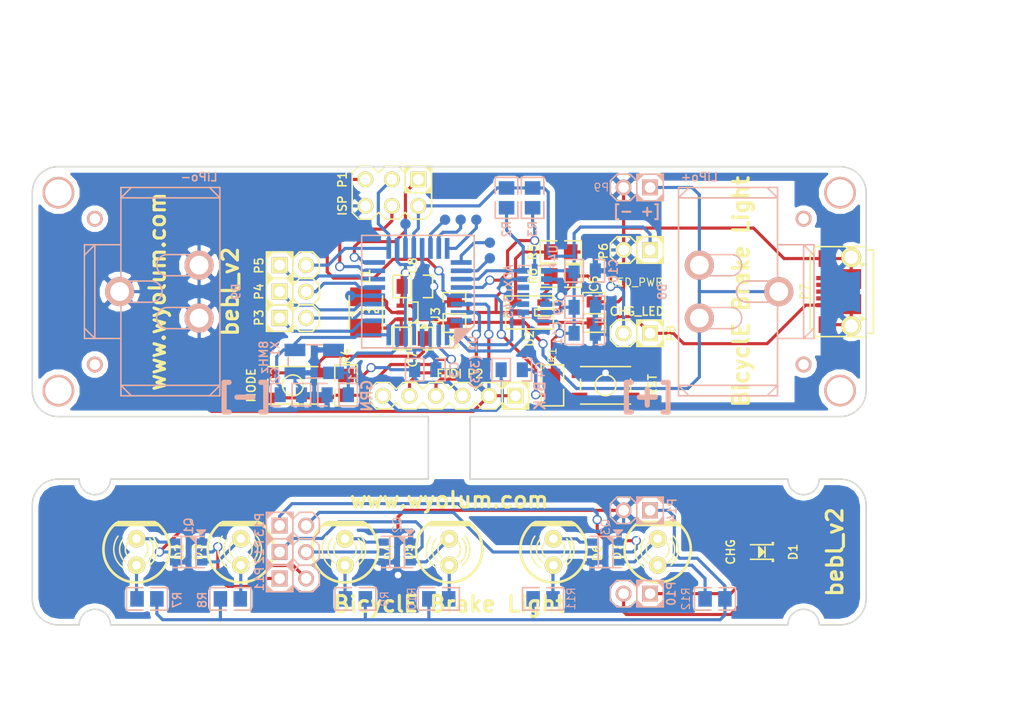
<source format=kicad_pcb>
(kicad_pcb (version 4) (host pcbnew "(2014-12-11 BZR 5320)-product")
  (layers (0 F.Cu signal) (31 B.Cu signal) (34 B.Paste user) (35 F.Paste user) (36 B.SilkS user) (37 F.SilkS user) (38 B.Mask user) (39 F.Mask user) (44 Edge.Cuts user))
  (net 0 "")
  (net 1 "Net-(B1-Pad1)")
  (net 2 "Net-(B2-Pad1)")
  (net 3 "Net-(B3-Pad1)")
  (net 4 "Net-(B4-Pad1)")
  (net 5 "Net-(B5-Pad1)")
  (net 6 "Net-(B6-Pad1)")
  (net 7 /BAT)
  (net 8 GND)
  (net 9 /PB6)
  (net 10 /PB7)
  (net 11 +3.3V)
  (net 12 "Net-(C4-Pad1)")
  (net 13 /RESET)
  (net 14 /VUSB)
  (net 15 "Net-(D2-Pad1)")
  (net 16 "Net-(D3-Pad1)")
  (net 17 "Net-(D4-Pad1)")
  (net 18 "Net-(D5-Pad1)")
  (net 19 /L)
  (net 20 /MISO)
  (net 21 /MOSI)
  (net 22 /RXD)
  (net 23 /TXD)
  (net 24 /ACL_INT1)
  (net 25 /ACL_INT2)
  (net 26 /SDA)
  (net 27 /SCL)
  (net 28 /PROG)
  (net 29 /MODE)
  (net 30 "Net-(B7-Pad1)")
  (net 31 "Net-(D1-Pad1)")
  (net 32 "Net-(D2-Pad2)")
  (net 33 "Net-(D3-Pad2)")
  (net 34 "Net-(D4-Pad2)")
  (net 35 "Net-(D5-Pad2)")
  (net 36 "Net-(D6-Pad1)")
  (net 37 "Net-(D6-Pad2)")
  (net 38 "Net-(D7-Pad1)")
  (net 39 "Net-(D7-Pad2)")
  (net 40 /LED_brd/3V3_LED)
  (net 41 "Net-(R5-Pad2)")
  (net 42 /LED_brd/GND_LED)
  (net 43 /LED_brd/LEDK)
  (net 44 /LED_B6)
  (net 45 /LED_P1)
  (net 46 /LED_P2)
  (net 47 /LED_D3)
  (net 48 /LED_P4)
  (net 49 /LED_P5)
  (net 50 /LED_K)
  (net 51 /LED_brd/LEDP1)
  (net 52 /LED_brd/LEDP2)
  (net 53 /LED_brd/LEDD3)
  (net 54 /LED_brd/LEDP4)
  (net 55 /LED_brd/LEDP5)
  (net 56 /LED_brd/LEDB6)
  (module bebl_v2_pretty:batt_clip (layer B.Cu) (at 98 50 180)
    (fp_text reference B8 (at 3.556 0 270) (layer B.SilkS) (effects (font (size 0.8 0.8)) (justify mirror)))
    (fp_text value LiPo+ (at 0 11 360) (layer B.SilkS) (effects (font (size 0.8 0.8)) (justify mirror)))
    (pad 1 thru_hole circle (at 0 2.54 180) (size 2.8 2.8) (drill 1.8) (layers *.Cu *.Mask B.SilkS) (net 7 /BAT))
    (pad 1 thru_hole circle (at 0 -2.54 180) (size 2.8 2.8) (drill 1.8) (layers *.Cu *.Mask B.SilkS) (net 7 /BAT))
    (pad 1 thru_hole circle (at -7.62 0 180) (size 2.8 2.8) (drill 1.8) (layers *.Cu *.Mask B.SilkS) (net 7 /BAT))
  )
  (module bebl_v2_pretty:batt_clip (layer B.Cu) (at 50 50)
    (fp_text reference B9 (at 3.556 0 90) (layer B.SilkS) (effects (font (size 0.8 0.8)) (justify mirror)))
    (fp_text value LiPo- (at 0 -11 180) (layer B.SilkS) (effects (font (size 0.8 0.8)) (justify mirror)))
    (pad 1 thru_hole circle (at 0 2.54) (size 2.8 2.8) (drill 1.8) (layers *.Cu *.Mask B.SilkS) (net 8 GND))
    (pad 1 thru_hole circle (at 0 -2.54) (size 2.8 2.8) (drill 1.8) (layers *.Cu *.Mask B.SilkS) (net 8 GND))
    (pad 1 thru_hole circle (at -7.62 0) (size 2.8 2.8) (drill 1.8) (layers *.Cu *.Mask B.SilkS) (net 8 GND))
  )
  (module bebl_v2_pretty:pin_strip_2 (layer B.Cu) (at 92 79 180)
    (fp_text reference P10 (at -3.3 0 270) (layer B.SilkS) (effects (font (size 0.8 0.8)) (justify mirror)))
    (fp_text value LED_CHG hide)
    (pad 1 thru_hole rect (at -1.27 0 180) (size 1.524 1.524) (drill 1.016) (layers *.Cu *.Mask B.SilkS) (net 31 "Net-(D1-Pad1)"))
    (pad 2 thru_hole circle (at 1.27 0 180) (size 1.524 1.524) (drill 1.016) (layers *.Cu *.Mask B.SilkS) (net 43 /LED_brd/LEDK))
  )
  (module bebl_v2_pretty:pin_socket_2 (layer F.Cu) (at 92 54 180)
    (fp_text reference P8 (at -3.3 0 270) (layer F.SilkS) (effects (font (size 0.8 0.8))))
    (fp_text value CHG_LED (at 0 2.1 180) (layer F.SilkS) (effects (font (size 0.8 0.8))))
    (pad 1 thru_hole rect (at -1.27 0 180) (size 1.524 1.524) (drill 1.016) (layers *.Cu *.Mask F.SilkS) (net 14 /VUSB))
    (pad 2 thru_hole circle (at 1.27 0 180) (size 1.524 1.524) (drill 1.016) (layers *.Cu *.Mask F.SilkS) (net 50 /LED_K))
  )
  (module bebl_v2_pretty:pin_strip_2 (layer B.Cu) (at 59 75)
    (fp_text reference P12 (at -3.2 0 90) (layer B.SilkS) (effects (font (size 0.8 0.8)) (justify mirror)))
    (fp_text value LED_2 hide)
    (pad 1 thru_hole rect (at -1.27 0) (size 1.524 1.524) (drill 1.016) (layers *.Cu *.Mask B.SilkS) (net 53 /LED_brd/LEDD3))
    (pad 2 thru_hole circle (at 1.27 0) (size 1.524 1.524) (drill 1.016) (layers *.Cu *.Mask B.SilkS) (net 54 /LED_brd/LEDP4))
  )
  (module bebl_v2_pretty:pin_strip_2 (layer B.Cu) (at 92 71 180)
    (fp_text reference P14 (at -3.4 0 270) (layer B.SilkS) (effects (font (size 0.8 0.8)) (justify mirror)))
    (fp_text value LED_PWR hide)
    (pad 1 thru_hole rect (at -1.27 0 180) (size 1.524 1.524) (drill 1.016) (layers *.Cu *.Mask B.SilkS) (net 40 /LED_brd/3V3_LED))
    (pad 2 thru_hole circle (at 1.27 0 180) (size 1.524 1.524) (drill 1.016) (layers *.Cu *.Mask B.SilkS) (net 42 /LED_brd/GND_LED))
  )
  (module bebl_v2_pretty:pin_socket_2 (layer F.Cu) (at 59 50)
    (fp_text reference P4 (at -3.25 0 90) (layer F.SilkS) (effects (font (size 0.8 0.8))))
    (fp_text value LED_2 hide)
    (pad 1 thru_hole rect (at -1.27 0) (size 1.524 1.524) (drill 1.016) (layers *.Cu *.Mask F.SilkS) (net 47 /LED_D3))
    (pad 2 thru_hole circle (at 1.27 0) (size 1.524 1.524) (drill 1.016) (layers *.Cu *.Mask F.SilkS) (net 48 /LED_P4))
  )
  (module bebl_v2_pretty:pin_socket_2 (layer F.Cu) (at 59 52.54)
    (fp_text reference P3 (at -3.25 -0.04 90) (layer F.SilkS) (effects (font (size 0.8 0.8))))
    (fp_text value LED_1 hide)
    (pad 1 thru_hole rect (at -1.27 0) (size 1.524 1.524) (drill 1.016) (layers *.Cu *.Mask F.SilkS) (net 45 /LED_P1))
    (pad 2 thru_hole circle (at 1.27 0) (size 1.524 1.524) (drill 1.016) (layers *.Cu *.Mask F.SilkS) (net 46 /LED_P2))
  )
  (module bebl_v2_pretty:screw_3mm (layer F.Cu) (at 108 57)
    (fp_text reference SC8 hide)
    (fp_text value SCREW hide)
    (pad 1 thru_hole circle (at 0 0) (size 1.524 1.524) (drill 1.016) (layers *.Cu *.Mask B.SilkS))
  )
  (module bebl_v2_pretty:screw_3mm (layer F.Cu) (at 108 43)
    (fp_text reference SC7 hide)
    (fp_text value SCREW hide)
    (pad 1 thru_hole circle (at 0 0) (size 1.524 1.524) (drill 1.016) (layers *.Cu *.Mask B.SilkS))
  )
  (module bebl_v2_pretty:screw_3mm (layer F.Cu) (at 40 43)
    (fp_text reference SC6 hide)
    (fp_text value SCREW hide)
    (pad 1 thru_hole circle (at 0 0) (size 1.524 1.524) (drill 1.016) (layers *.Cu *.Mask B.SilkS))
  )
  (module bebl_v2_pretty:screw_3mm (layer F.Cu) (at 40 57)
    (fp_text reference SC5 hide)
    (fp_text value SCREW hide)
    (pad 1 thru_hole circle (at 0 0) (size 1.524 1.524) (drill 1.016) (layers *.Cu *.Mask B.SilkS))
  )
  (module bebl_v2_pretty:Switch_SMT (layer F.Cu) (at 59 59)
    (fp_text reference SW2 hide)
    (fp_text value MODE (at -4 0 90) (layer F.SilkS) (effects (font (size 0.8 0.8))))
    (pad 1 smd rect (at 2.5 -1.2) (size 1.5 1) (layers F.Cu F.Paste F.Mask) (net 8 GND))
    (pad 2 smd rect (at 2.5 1.2) (size 1.5 1) (layers F.Cu F.Paste F.Mask) (net 29 /MODE))
    (pad 1 smd rect (at -2.5 -1.2) (size 1.5 1) (layers F.Cu F.Paste F.Mask) (net 8 GND))
    (pad 2 smd rect (at -2.5 1.2) (size 1.5 1) (layers F.Cu F.Paste F.Mask) (net 29 /MODE))
  )
  (module bebl_v2_pretty:r_0805 (layer B.Cu) (at 53 79.5)
    (fp_text reference R8 (at -2.7 0.1 90) (layer B.SilkS) (effects (font (size 0.8 0.8)) (justify mirror)))
    (fp_text value 56E hide)
    (pad 1 smd rect (at 0.9525 0) (size 1.30048 1.4986) (layers B.Cu B.Paste B.Mask) (net 16 "Net-(D3-Pad1)"))
    (pad 2 smd rect (at -0.9525 0) (size 1.30048 1.4986) (layers B.Cu B.Paste B.Mask) (net 40 /LED_brd/3V3_LED))
  )
  (module bebl_v2_pretty:c_0805 (layer B.Cu) (at 63.3 59.9)
    (fp_text reference C1 (at 1.5 -2 90) (layer B.SilkS) (effects (font (size 0.8 0.8)) (justify mirror)))
    (fp_text value 22p hide)
    (pad 1 smd rect (at 1.016 0) (size 1.0668 1.4224) (layers B.Cu B.Paste B.Mask) (net 9 /PB6))
    (pad 2 smd rect (at -1.016 0) (size 1.0668 1.4224) (layers B.Cu B.Paste B.Mask) (net 8 GND))
  )
  (module bebl_v2_pretty:c_0805 (layer B.Cu) (at 58.8 59.9)
    (fp_text reference C2 (at -1.5 -1.9 90) (layer B.SilkS) (effects (font (size 0.8 0.8)) (justify mirror)))
    (fp_text value 22p hide)
    (pad 1 smd rect (at 1.016 0) (size 1.0668 1.4224) (layers B.Cu B.Paste B.Mask) (net 8 GND))
    (pad 2 smd rect (at -1.016 0) (size 1.0668 1.4224) (layers B.Cu B.Paste B.Mask) (net 10 /PB7))
  )
  (module bebl_v2_pretty:c_0805 (layer B.Cu) (at 71.7 57.5 180)
    (fp_text reference C3 (at -2.8 0 270) (layer B.SilkS) (effects (font (size 0.8 0.8)) (justify mirror)))
    (fp_text value 100n hide)
    (pad 1 smd rect (at 1.016 0 180) (size 1.0668 1.4224) (layers B.Cu B.Paste B.Mask) (net 11 +3.3V))
    (pad 2 smd rect (at -1.016 0 180) (size 1.0668 1.4224) (layers B.Cu B.Paste B.Mask) (net 8 GND))
  )
  (module bebl_v2_pretty:c_0805 (layer B.Cu) (at 80 57.5 180)
    (fp_text reference C4 (at -2.75 0 270) (layer B.SilkS) (effects (font (size 0.8 0.8)) (justify mirror)))
    (fp_text value 100n hide)
    (pad 1 smd rect (at 1.016 0 180) (size 1.0668 1.4224) (layers B.Cu B.Paste B.Mask) (net 12 "Net-(C4-Pad1)"))
    (pad 2 smd rect (at -1.016 0 180) (size 1.0668 1.4224) (layers B.Cu B.Paste B.Mask) (net 13 /RESET))
  )
  (module bebl_v2_pretty:c_0805 (layer F.Cu) (at 70.5 54.5 180)
    (fp_text reference C7 (at 0 -2 270) (layer F.SilkS) (effects (font (size 0.8 0.8))))
    (fp_text value 10uF hide)
    (pad 1 smd rect (at 1.016 0 180) (size 1.0668 1.4224) (layers F.Cu F.Paste F.Mask) (net 7 /BAT))
    (pad 2 smd rect (at -1.016 0 180) (size 1.0668 1.4224) (layers F.Cu F.Paste F.Mask) (net 8 GND))
  )
  (module bebl_v2_pretty:c_0805 (layer F.Cu) (at 87.9 52 270)
    (fp_text reference C5 (at -2.75 0 270) (layer F.SilkS) (effects (font (size 0.8 0.8))))
    (fp_text value 4u7 hide)
    (pad 1 smd rect (at 1.016 0 270) (size 1.0668 1.4224) (layers F.Cu F.Paste F.Mask) (net 14 /VUSB))
    (pad 2 smd rect (at -1.016 0 270) (size 1.0668 1.4224) (layers F.Cu F.Paste F.Mask) (net 8 GND))
  )
  (module bebl_v2_pretty:c_0805 (layer B.Cu) (at 87 51.5 180)
    (fp_text reference C9 (at 2.5 0 270) (layer B.SilkS) (effects (font (size 0.8 0.8)) (justify mirror)))
    (fp_text value 10uF hide)
    (pad 1 smd rect (at 1.016 0 180) (size 1.0668 1.4224) (layers B.Cu B.Paste B.Mask) (net 11 +3.3V))
    (pad 2 smd rect (at -1.016 0 180) (size 1.0668 1.4224) (layers B.Cu B.Paste B.Mask) (net 8 GND))
  )
  (module bebl_v2_pretty:c_0805 (layer F.Cu) (at 70.5 49.5 180)
    (fp_text reference C8 (at 0 2 270) (layer F.SilkS) (effects (font (size 0.8 0.8))))
    (fp_text value 10uF hide)
    (pad 1 smd rect (at 1.016 0 180) (size 1.0668 1.4224) (layers F.Cu F.Paste F.Mask) (net 11 +3.3V))
    (pad 2 smd rect (at -1.016 0 180) (size 1.0668 1.4224) (layers F.Cu F.Paste F.Mask) (net 8 GND))
  )
  (module bebl_v2_pretty:c_0805 (layer B.Cu) (at 87 54 180)
    (fp_text reference C11 (at 2.6 0 270) (layer B.SilkS) (effects (font (size 0.8 0.8)) (justify mirror)))
    (fp_text value 100nF hide)
    (pad 1 smd rect (at 1.016 0 180) (size 1.0668 1.4224) (layers B.Cu B.Paste B.Mask) (net 11 +3.3V))
    (pad 2 smd rect (at -1.016 0 180) (size 1.0668 1.4224) (layers B.Cu B.Paste B.Mask) (net 8 GND))
  )
  (module bebl_v2_pretty:c_0805 (layer F.Cu) (at 74.5 52 270)
    (fp_text reference C6 (at 2.8 0 270) (layer F.SilkS) (effects (font (size 0.8 0.8))))
    (fp_text value 4u7 hide)
    (pad 1 smd rect (at 1.016 0 270) (size 1.0668 1.4224) (layers F.Cu F.Paste F.Mask) (net 7 /BAT))
    (pad 2 smd rect (at -1.016 0 270) (size 1.0668 1.4224) (layers F.Cu F.Paste F.Mask) (net 8 GND))
  )
  (module bebl_v2_pretty:c_0805 (layer B.Cu) (at 87 48 180)
    (fp_text reference C10 (at -2.75 0 270) (layer B.SilkS) (effects (font (size 0.8 0.8)) (justify mirror)))
    (fp_text value 100nF hide)
    (pad 1 smd rect (at 1.016 0 180) (size 1.0668 1.4224) (layers B.Cu B.Paste B.Mask) (net 11 +3.3V))
    (pad 2 smd rect (at -1.016 0 180) (size 1.0668 1.4224) (layers B.Cu B.Paste B.Mask) (net 8 GND))
  )
  (module bebl_v2_pretty:LED-5MM (layer F.Cu) (at 94 75 90)
    (fp_text reference D7 (at 0 -3.9 90) (layer F.SilkS) (effects (font (size 0.8 0.8))))
    (fp_text value LED_D hide)
    (pad 1 thru_hole circle (at -1.27 0 90) (size 1.6764 1.6764) (drill 0.8128) (layers *.Cu *.Mask F.SilkS) (net 38 "Net-(D7-Pad1)"))
    (pad 2 thru_hole circle (at 1.27 0 90) (size 1.6764 1.6764) (drill 0.8128) (layers *.Cu *.Mask F.SilkS) (net 39 "Net-(D7-Pad2)"))
  )
  (module bebl_v2_pretty:LED-5MM (layer F.Cu) (at 84 75 90)
    (fp_text reference D6 (at -0.1 4.2 90) (layer F.SilkS) (effects (font (size 0.8 0.8))))
    (fp_text value LED_P hide)
    (pad 1 thru_hole circle (at -1.27 0 90) (size 1.6764 1.6764) (drill 0.8128) (layers *.Cu *.Mask F.SilkS) (net 36 "Net-(D6-Pad1)"))
    (pad 2 thru_hole circle (at 1.27 0 90) (size 1.6764 1.6764) (drill 0.8128) (layers *.Cu *.Mask F.SilkS) (net 37 "Net-(D6-Pad2)"))
  )
  (module bebl_v2_pretty:LED-5MM (layer F.Cu) (at 74 75 90)
    (fp_text reference D5 (at 0 -3.9 90) (layer F.SilkS) (effects (font (size 0.8 0.8))))
    (fp_text value LED_P hide)
    (pad 1 thru_hole circle (at -1.27 0 90) (size 1.6764 1.6764) (drill 0.8128) (layers *.Cu *.Mask F.SilkS) (net 18 "Net-(D5-Pad1)"))
    (pad 2 thru_hole circle (at 1.27 0 90) (size 1.6764 1.6764) (drill 0.8128) (layers *.Cu *.Mask F.SilkS) (net 35 "Net-(D5-Pad2)"))
  )
  (module bebl_v2_pretty:LED-5MM (layer F.Cu) (at 64 75 90)
    (fp_text reference D4 (at 0 4.2 90) (layer F.SilkS) (effects (font (size 0.8 0.8))))
    (fp_text value LED_B hide)
    (pad 1 thru_hole circle (at -1.27 0 90) (size 1.6764 1.6764) (drill 0.8128) (layers *.Cu *.Mask F.SilkS) (net 17 "Net-(D4-Pad1)"))
    (pad 2 thru_hole circle (at 1.27 0 90) (size 1.6764 1.6764) (drill 0.8128) (layers *.Cu *.Mask F.SilkS) (net 34 "Net-(D4-Pad2)"))
  )
  (module bebl_v2_pretty:LED-5MM (layer F.Cu) (at 54 75 90)
    (fp_text reference D3 (at 0 -4.1 90) (layer F.SilkS) (effects (font (size 0.8 0.8))))
    (fp_text value LED_P hide)
    (pad 1 thru_hole circle (at -1.27 0 90) (size 1.6764 1.6764) (drill 0.8128) (layers *.Cu *.Mask F.SilkS) (net 16 "Net-(D3-Pad1)"))
    (pad 2 thru_hole circle (at 1.27 0 90) (size 1.6764 1.6764) (drill 0.8128) (layers *.Cu *.Mask F.SilkS) (net 33 "Net-(D3-Pad2)"))
  )
  (module bebl_v2_pretty:LED-5MM (layer F.Cu) (at 44 75 90)
    (fp_text reference D2 (at 0 4.1 90) (layer F.SilkS) (effects (font (size 0.8 0.8))))
    (fp_text value LED_P hide)
    (pad 1 thru_hole circle (at -1.27 0 90) (size 1.6764 1.6764) (drill 0.8128) (layers *.Cu *.Mask F.SilkS) (net 15 "Net-(D2-Pad1)"))
    (pad 2 thru_hole circle (at 1.27 0 90) (size 1.6764 1.6764) (drill 0.8128) (layers *.Cu *.Mask F.SilkS) (net 32 "Net-(D2-Pad2)"))
  )
  (module bebl_v2_pretty:LED-0805 (layer F.Cu) (at 104 75)
    (fp_text reference D1 (at 3 0 90) (layer F.SilkS) (effects (font (size 0.8 0.8))))
    (fp_text value CHG (at -3 0 90) (layer F.SilkS) (effects (font (size 0.8 0.8))))
    (pad 1 smd rect (at -1.05 0) (size 1.2 1.2) (layers F.Cu F.Paste F.Mask) (net 31 "Net-(D1-Pad1)"))
    (pad 2 smd rect (at 1.05 0) (size 1.2 1.2) (layers F.Cu F.Paste F.Mask) (net 43 /LED_brd/LEDK))
  )
  (module bebl_v2_pretty:Inductor_LQH3NPN (layer F.Cu) (at 66 52 90)
    (fp_text reference L1 (at 3.5 0 90) (layer F.SilkS) (effects (font (size 0.8 0.8))))
    (fp_text value 4u7 hide)
    (pad 1 smd rect (at -1.5 0 90) (size 1.8 3) (layers F.Cu F.Paste F.Mask) (net 7 /BAT))
    (pad 2 smd rect (at 1.5 0 90) (size 1.8 3) (layers F.Cu F.Paste F.Mask) (net 19 /L))
  )
  (module bebl_v2_pretty:PIN_ARRAY-6X1 (layer F.Cu) (at 74 60 180)
    (fp_text reference P2 (at -2.5 2.1 180) (layer F.SilkS) (effects (font (size 0.8 0.8))))
    (fp_text value FTDI (at 0 2.1 180) (layer F.SilkS) (effects (font (size 0.8 0.8))))
    (pad 1 thru_hole rect (at -6.35 0 180) (size 1.524 1.524) (drill 1.016) (layers *.Cu *.Mask F.SilkS) (net 8 GND))
    (pad 2 thru_hole circle (at -3.81 0 180) (size 1.524 1.524) (drill 1.016) (layers *.Cu *.Mask F.SilkS) (net 8 GND))
    (pad 3 thru_hole circle (at -1.27 0 180) (size 1.524 1.524) (drill 1.016) (layers *.Cu *.Mask F.SilkS) (net 11 +3.3V))
    (pad 4 thru_hole circle (at 1.27 0 180) (size 1.524 1.524) (drill 1.016) (layers *.Cu *.Mask F.SilkS) (net 22 /RXD))
    (pad 5 thru_hole circle (at 3.81 0 180) (size 1.524 1.524) (drill 1.016) (layers *.Cu *.Mask F.SilkS) (net 23 /TXD))
    (pad 6 thru_hole circle (at 6.35 0 180) (size 1.524 1.524) (drill 1.016) (layers *.Cu *.Mask F.SilkS) (net 12 "Net-(C4-Pad1)"))
  )
  (module bebl_v2_pretty:r_0805 (layer F.Cu) (at 64.1 59 90)
    (fp_text reference R4 (at 2.8 0 90) (layer F.SilkS) (effects (font (size 0.8 0.8))))
    (fp_text value 10k hide)
    (pad 1 smd rect (at 0.9525 0 90) (size 1.30048 1.4986) (layers F.Cu F.Paste F.Mask) (net 11 +3.3V))
    (pad 2 smd rect (at -0.9525 0 90) (size 1.30048 1.4986) (layers F.Cu F.Paste F.Mask) (net 29 /MODE))
  )
  (module bebl_v2_pretty:r_0805 (layer B.Cu) (at 79.5 41 90)
    (fp_text reference R2 (at -3 0 270) (layer B.SilkS) (effects (font (size 0.8 0.8)) (justify mirror)))
    (fp_text value 10k hide)
    (pad 1 smd rect (at 0.9525 0 90) (size 1.30048 1.4986) (layers B.Cu B.Paste B.Mask) (net 11 +3.3V))
    (pad 2 smd rect (at -0.9525 0 90) (size 1.30048 1.4986) (layers B.Cu B.Paste B.Mask) (net 26 /SDA))
  )
  (module bebl_v2_pretty:r_0805 (layer B.Cu) (at 82 41 90)
    (fp_text reference R3 (at -3 0 270) (layer B.SilkS) (effects (font (size 0.8 0.8)) (justify mirror)))
    (fp_text value 10k hide)
    (pad 1 smd rect (at 0.9525 0 90) (size 1.30048 1.4986) (layers B.Cu B.Paste B.Mask) (net 11 +3.3V))
    (pad 2 smd rect (at -0.9525 0 90) (size 1.30048 1.4986) (layers B.Cu B.Paste B.Mask) (net 27 /SCL))
  )
  (module bebl_v2_pretty:r_0805 (layer F.Cu) (at 84.7 46.2)
    (fp_text reference R5 (at -2.7 0 90) (layer F.SilkS) (effects (font (size 0.8 0.8))))
    (fp_text value 150E hide)
    (pad 1 smd rect (at 0.9525 0) (size 1.30048 1.4986) (layers F.Cu F.Paste F.Mask) (net 50 /LED_K))
    (pad 2 smd rect (at -0.9525 0) (size 1.30048 1.4986) (layers F.Cu F.Paste F.Mask) (net 41 "Net-(R5-Pad2)"))
  )
  (module bebl_v2_pretty:r_0805 (layer F.Cu) (at 84.7 48.5)
    (fp_text reference R6 (at -2.7 0 90) (layer F.SilkS) (effects (font (size 0.8 0.8))))
    (fp_text value 2k hide)
    (pad 1 smd rect (at 0.9525 0) (size 1.30048 1.4986) (layers F.Cu F.Paste F.Mask) (net 8 GND))
    (pad 2 smd rect (at -0.9525 0) (size 1.30048 1.4986) (layers F.Cu F.Paste F.Mask) (net 28 /PROG))
  )
  (module bebl_v2_pretty:screw_3mm (layer F.Cu) (at 36.5 59.5)
    (fp_text reference SC1 hide)
    (fp_text value SCREW hide)
    (pad 1 thru_hole circle (at 0 0) (size 3.048 3.048) (drill 2.54) (layers *.Cu *.SilkS *.Mask))
  )
  (module bebl_v2_pretty:screw_3mm (layer F.Cu) (at 111.5 40.5)
    (fp_text reference SC2 hide)
    (fp_text value SCREW hide)
    (pad 1 thru_hole circle (at 0 0) (size 3.048 3.048) (drill 2.54) (layers *.Cu *.SilkS *.Mask))
  )
  (module bebl_v2_pretty:screw_3mm (layer F.Cu) (at 111.5 59.5)
    (fp_text reference SC3 hide)
    (fp_text value SCREW hide)
    (pad 1 thru_hole circle (at 0 0) (size 3.048 3.048) (drill 2.54) (layers *.Cu *.SilkS *.Mask))
  )
  (module bebl_v2_pretty:screw_3mm (layer F.Cu) (at 36.5 40.5)
    (fp_text reference SC4 hide)
    (fp_text value SCREW hide)
    (pad 1 thru_hole circle (at 0 0) (size 3.048 3.048) (drill 2.54) (layers *.Cu *.SilkS *.Mask))
  )
  (module bebl_v2_pretty:Switch_SMT (layer F.Cu) (at 89 59)
    (fp_text reference SW1 hide)
    (fp_text value RST (at 4.5 0 90) (layer F.SilkS) (effects (font (size 0.8 0.8))))
    (pad 1 smd rect (at 2.5 -1.2) (size 1.5 1) (layers F.Cu F.Paste F.Mask) (net 8 GND))
    (pad 2 smd rect (at 2.5 1.2) (size 1.5 1) (layers F.Cu F.Paste F.Mask) (net 13 /RESET))
    (pad 1 smd rect (at -2.5 -1.2) (size 1.5 1) (layers F.Cu F.Paste F.Mask) (net 8 GND))
    (pad 2 smd rect (at -2.5 1.2) (size 1.5 1) (layers F.Cu F.Paste F.Mask) (net 13 /RESET))
  )
  (module bebl_v2_pretty:TQFP32 (layer B.Cu) (at 71 50 90)
    (fp_text reference U1 (at -5 5.25 90) (layer B.SilkS) (effects (font (size 0.8 0.8)) (justify mirror)))
    (fp_text value ATMEGA328 hide)
    (pad 8 smd rect (at -4.15036 -2.79908 90) (size 1.99898 0.44958) (layers B.Cu B.Paste B.Mask) (net 10 /PB7) (clearance 0.127))
    (pad 7 smd rect (at -4.15036 -1.99898 90) (size 1.99898 0.44958) (layers B.Cu B.Paste B.Mask) (net 9 /PB6) (clearance 0.14986))
    (pad 6 smd rect (at -4.15036 -1.19888 90) (size 1.99898 0.44958) (layers B.Cu B.Paste B.Mask) (net 11 +3.3V) (clearance 0.14986))
    (pad 5 smd rect (at -4.15036 -0.39878 90) (size 1.99898 0.44958) (layers B.Cu B.Paste B.Mask) (net 8 GND) (clearance 0.14986))
    (pad 4 smd rect (at -4.15036 0.39878 90) (size 1.99898 0.44958) (layers B.Cu B.Paste B.Mask) (net 11 +3.3V) (clearance 0.14986))
    (pad 3 smd rect (at -4.15036 1.19888 90) (size 1.99898 0.44958) (layers B.Cu B.Paste B.Mask) (net 8 GND) (clearance 0.14986))
    (pad 2 smd rect (at -4.15036 1.99898 90) (size 1.99898 0.44958) (layers B.Cu B.Paste B.Mask) (net 29 /MODE) (clearance 0.14986))
    (pad 1 smd rect (at -4.15036 2.79908 90) (size 1.99898 0.44958) (layers B.Cu B.Paste B.Mask) (net 24 /ACL_INT1) (clearance 0.127))
    (pad 24 smd rect (at 4.15036 2.79908 90) (size 1.99898 0.44958) (layers B.Cu B.Paste B.Mask) (net 2 "Net-(B2-Pad1)") (clearance 0.127))
    (pad 17 smd rect (at 4.15036 -2.79908 90) (size 1.99898 0.44958) (layers B.Cu B.Paste B.Mask) (net 44 /LED_B6) (clearance 0.127))
    (pad 18 smd rect (at 4.15036 -1.99898 90) (size 1.99898 0.44958) (layers B.Cu B.Paste B.Mask) (net 11 +3.3V) (clearance 0.14986))
    (pad 19 smd rect (at 4.15036 -1.19888 90) (size 1.99898 0.44958) (layers B.Cu B.Paste B.Mask) (net 5 "Net-(B5-Pad1)") (clearance 0.14986))
    (pad 20 smd rect (at 4.15036 -0.39878 90) (size 1.99898 0.44958) (layers B.Cu B.Paste B.Mask) (net 11 +3.3V) (clearance 0.14986))
    (pad 21 smd rect (at 4.15036 0.39878 90) (size 1.99898 0.44958) (layers B.Cu B.Paste B.Mask) (net 8 GND) (clearance 0.14986))
    (pad 22 smd rect (at 4.15036 1.19888 90) (size 1.99898 0.44958) (layers B.Cu B.Paste B.Mask) (net 6 "Net-(B6-Pad1)") (clearance 0.14986))
    (pad 23 smd rect (at 4.15036 1.99898 90) (size 1.99898 0.44958) (layers B.Cu B.Paste B.Mask) (net 1 "Net-(B1-Pad1)") (clearance 0.14986))
    (pad 32 smd rect (at -2.79908 4.15036) (size 1.99898 0.44958) (layers B.Cu B.Paste B.Mask) (net 25 /ACL_INT2) (clearance 0.127))
    (pad 31 smd rect (at -1.99898 4.15036) (size 1.99898 0.44958) (layers B.Cu B.Paste B.Mask) (net 23 /TXD) (clearance 0.14986))
    (pad 30 smd rect (at -1.19888 4.15036) (size 1.99898 0.44958) (layers B.Cu B.Paste B.Mask) (net 22 /RXD) (clearance 0.14986))
    (pad 29 smd rect (at -0.39878 4.15036) (size 1.99898 0.44958) (layers B.Cu B.Paste B.Mask) (net 13 /RESET) (clearance 0.14986))
    (pad 28 smd rect (at 0.39878 4.15036) (size 1.99898 0.44958) (layers B.Cu B.Paste B.Mask) (net 27 /SCL) (clearance 0.14986))
    (pad 27 smd rect (at 1.19888 4.15036) (size 1.99898 0.44958) (layers B.Cu B.Paste B.Mask) (net 26 /SDA) (clearance 0.14986))
    (pad 26 smd rect (at 1.99898 4.15036) (size 1.99898 0.44958) (layers B.Cu B.Paste B.Mask) (net 4 "Net-(B4-Pad1)") (clearance 0.14986))
    (pad 25 smd rect (at 2.79908 4.15036) (size 1.99898 0.44958) (layers B.Cu B.Paste B.Mask) (net 3 "Net-(B3-Pad1)") (clearance 0.127))
    (pad 9 smd rect (at -2.79908 -4.15036) (size 1.99898 0.44958) (layers B.Cu B.Paste B.Mask) (net 45 /LED_P1) (clearance 0.127))
    (pad 10 smd rect (at -1.99898 -4.15036) (size 1.99898 0.44958) (layers B.Cu B.Paste B.Mask) (net 46 /LED_P2) (clearance 0.14986))
    (pad 11 smd rect (at -1.19888 -4.15036) (size 1.99898 0.44958) (layers B.Cu B.Paste B.Mask) (net 47 /LED_D3) (clearance 0.14986))
    (pad 12 smd rect (at -0.39878 -4.15036) (size 1.99898 0.44958) (layers B.Cu B.Paste B.Mask) (net 30 "Net-(B7-Pad1)") (clearance 0.14986))
    (pad 13 smd rect (at 0.39878 -4.15036) (size 1.99898 0.44958) (layers B.Cu B.Paste B.Mask) (net 48 /LED_P4) (clearance 0.14986))
    (pad 14 smd rect (at 1.19888 -4.15036) (size 1.99898 0.44958) (layers B.Cu B.Paste B.Mask) (net 49 /LED_P5) (clearance 0.14986))
    (pad 15 smd rect (at 1.99898 -4.15036) (size 1.99898 0.44958) (layers B.Cu B.Paste B.Mask) (net 21 /MOSI) (clearance 0.14986))
    (pad 16 smd rect (at 2.79908 -4.15036) (size 1.99898 0.44958) (layers B.Cu B.Paste B.Mask) (net 20 /MISO) (clearance 0.127))
  )
  (module bebl_v2_pretty:ADXL345 (layer B.Cu) (at 82.2 50 180)
    (fp_text reference U4 (at -1.8 3.7 270) (layer B.SilkS) (effects (font (size 0.8 0.8)) (justify mirror)))
    (fp_text value ADXL345 (at 2.5 0 270) (layer B.SilkS) (effects (font (size 0.8 0.8)) (justify mirror)))
    (pad 6 smd rect (at -1.1 -2 180) (size 1.145 0.55) (layers B.Cu B.Paste B.Mask) (net 11 +3.3V) (clearance 0.1))
    (pad 5 smd rect (at -1.1 -1.2 180) (size 1.145 0.55) (layers B.Cu B.Paste B.Mask) (net 8 GND) (clearance 0.1))
    (pad 1 smd rect (at -1.1 2 180) (size 1.145 0.55) (layers B.Cu B.Paste B.Mask) (net 11 +3.3V) (clearance 0.1))
    (pad 2 smd rect (at -1.1 1.2 180) (size 1.145 0.55) (layers B.Cu B.Paste B.Mask) (net 8 GND) (clearance 0.1))
    (pad 3 smd rect (at -1.1 0.4 180) (size 1.145 0.55) (layers B.Cu B.Paste B.Mask) (clearance 0.1))
    (pad 4 smd rect (at -1.1 -0.4 180) (size 1.145 0.55) (layers B.Cu B.Paste B.Mask) (net 8 GND) (clearance 0.1))
    (pad 10 smd rect (at 1.1 -0.4 180) (size 1.145 0.55) (layers B.Cu B.Paste B.Mask) (clearance 0.1))
    (pad 11 smd rect (at 1.1 0.4 180) (size 1.145 0.55) (layers B.Cu B.Paste B.Mask) (clearance 0.1))
    (pad 12 smd rect (at 1.1 1.2 180) (size 1.145 0.55) (layers B.Cu B.Paste B.Mask) (net 8 GND) (clearance 0.1))
    (pad 13 smd rect (at 1.1 2 180) (size 1.145 0.55) (layers B.Cu B.Paste B.Mask) (net 26 /SDA) (clearance 0.1))
    (pad 9 smd rect (at 1.1 -1.2 180) (size 1.145 0.55) (layers B.Cu B.Paste B.Mask) (net 25 /ACL_INT2) (clearance 0.1))
    (pad 8 smd rect (at 1.1 -2 180) (size 1.145 0.55) (layers B.Cu B.Paste B.Mask) (net 24 /ACL_INT1) (clearance 0.1))
    (pad 7 smd rect (at 0 -2.1 180) (size 0.55 1.145) (layers B.Cu B.Paste B.Mask) (net 11 +3.3V) (clearance 0.1))
    (pad 14 smd rect (at 0 2.1 180) (size 0.55 1.145) (layers B.Cu B.Paste B.Mask) (net 27 /SCL) (clearance 0.1))
  )
  (module bebl_v2_pretty:SOT23-5 (layer F.Cu) (at 81.7 52 270)
    (fp_text reference U2 (at 2.5 0 270) (layer F.SilkS) (effects (font (size 0.8 0.8))))
    (fp_text value MCP73831 hide)
    (pad 1 smd rect (at -0.9525 1.3335 270) (size 0.59944 1.15062) (layers F.Cu F.Paste F.Mask) (net 41 "Net-(R5-Pad2)"))
    (pad 3 smd rect (at 0.9525 1.3335 270) (size 0.59944 1.15062) (layers F.Cu F.Paste F.Mask) (net 7 /BAT))
    (pad 2 smd rect (at 0 1.3335 270) (size 0.59944 1.15062) (layers F.Cu F.Paste F.Mask) (net 8 GND))
    (pad 4 smd rect (at 0.9525 -1.3335 270) (size 0.59944 1.15062) (layers F.Cu F.Paste F.Mask) (net 14 /VUSB))
    (pad 5 smd rect (at -0.9525 -1.3335 270) (size 0.59944 1.15062) (layers F.Cu F.Paste F.Mask) (net 28 /PROG))
  )
  (module bebl_v2_pretty:SOT23-6_LDO (layer F.Cu) (at 70.5 52 90)
    (fp_text reference U3 (at -0.3 2.2 90) (layer F.SilkS) (effects (font (size 0.8 0.8))))
    (fp_text value TPS61221DCK hide)
    (pad 1 smd rect (at -0.65 1.1 90) (size 0.4 0.9) (layers F.Cu F.Paste F.Mask) (net 7 /BAT) (clearance 0.1))
    (pad 3 smd rect (at 0.65 1.1 90) (size 0.4 0.9) (layers F.Cu F.Paste F.Mask) (net 8 GND) (clearance 0.1))
    (pad 2 smd rect (at 0 1.1 90) (size 0.4 0.9) (layers F.Cu F.Paste F.Mask) (net 11 +3.3V) (clearance 0.1))
    (pad 4 smd rect (at 0.65 -1.1 90) (size 0.4 0.9) (layers F.Cu F.Paste F.Mask) (net 11 +3.3V) (clearance 0.1))
    (pad 5 smd rect (at 0 -1.1 90) (size 0.4 0.9) (layers F.Cu F.Paste F.Mask) (net 19 /L) (clearance 0.1))
    (pad 6 smd rect (at -0.65 -1.1 90) (size 0.4 0.9) (layers F.Cu F.Paste F.Mask) (net 7 /BAT) (clearance 0.1))
  )
  (module bebl_v2_pretty:Xtal_SMD4 (layer B.Cu) (at 61.05 56.7 180)
    (fp_text reference X1 (at 3.75 1.2 450) (layer B.SilkS) (effects (font (size 0.8 0.8)) (justify mirror)))
    (fp_text value 8MHz (at 4.85 0.4 270) (layer B.SilkS) (effects (font (size 0.8 0.8)) (justify mirror)))
    (pad 1 smd rect (at -1.85 -1.1 180) (size 2 1.2) (layers B.Cu B.Paste B.Mask) (net 9 /PB6))
    (pad 2 smd rect (at 1.85 1.1 180) (size 2 1.2) (layers B.Cu B.Paste B.Mask) (net 10 /PB7))
    (pad 3 smd rect (at -1.85 1.1 180) (size 2 1.2) (layers B.Cu B.Paste B.Mask) (net 8 GND))
    (pad 3 smd rect (at 1.85 -1.1 180) (size 2 1.2) (layers B.Cu B.Paste B.Mask) (net 8 GND))
  )
  (module bebl_v2_pretty:breakout_smd (layer B.Cu) (at 75.1 43.1)
    (fp_text reference B1 hide)
    (fp_text value I/O hide)
    (pad 1 smd circle (at 0 0) (size 1 1) (layers B.Cu B.Paste B.Mask) (net 1 "Net-(B1-Pad1)"))
  )
  (module bebl_v2_pretty:breakout_smd (layer B.Cu) (at 76.6 43.1)
    (fp_text reference B2 hide)
    (fp_text value I/O hide)
    (pad 1 smd circle (at 0 0) (size 1 1) (layers B.Cu B.Paste B.Mask) (net 2 "Net-(B2-Pad1)"))
  )
  (module bebl_v2_pretty:breakout_smd (layer B.Cu) (at 77.9 45.3)
    (fp_text reference B3 hide)
    (fp_text value I/O hide)
    (pad 1 smd circle (at 0 0) (size 1 1) (layers B.Cu B.Paste B.Mask) (net 3 "Net-(B3-Pad1)"))
  )
  (module bebl_v2_pretty:breakout_smd (layer B.Cu) (at 77.9 46.8)
    (fp_text reference B4 hide)
    (fp_text value I/O hide)
    (pad 1 smd circle (at 0 0) (size 1 1) (layers B.Cu B.Paste B.Mask) (net 4 "Net-(B4-Pad1)"))
  )
  (module bebl_v2_pretty:breakout_smd (layer B.Cu) (at 69.8 43.5)
    (fp_text reference B5 hide)
    (fp_text value I/O hide)
    (pad 1 smd circle (at 0 0) (size 1 1) (layers B.Cu B.Paste B.Mask) (net 5 "Net-(B5-Pad1)"))
  )
  (module bebl_v2_pretty:breakout_smd (layer B.Cu) (at 73.6 43.1)
    (fp_text reference B6 hide)
    (fp_text value I/O hide)
    (pad 1 smd circle (at 0 0) (size 1 1) (layers B.Cu B.Paste B.Mask) (net 6 "Net-(B6-Pad1)"))
  )
  (module bebl_v2_pretty:Header_3x2_ISP (layer F.Cu) (at 68.5 40.5 180)
    (fp_text reference P1 (at 4.75 1.25 450) (layer F.SilkS) (effects (font (size 0.8 0.8))))
    (fp_text value ISP (at 4.75 -1.25 450) (layer F.SilkS) (effects (font (size 0.8 0.8))))
    (pad 1 thru_hole rect (at -2.54 1.27 180) (size 1.524 1.524) (drill 1.016) (layers *.Cu *.Mask F.SilkS) (net 20 /MISO))
    (pad 2 thru_hole circle (at -2.54 -1.27 180) (size 1.524 1.524) (drill 1.016) (layers *.Cu *.Mask F.SilkS) (net 11 +3.3V))
    (pad 3 thru_hole circle (at 0 1.27 180) (size 1.524 1.524) (drill 1.016) (layers *.Cu *.Mask F.SilkS) (net 44 /LED_B6))
    (pad 4 thru_hole circle (at 0 -1.27 180) (size 1.524 1.524) (drill 1.016) (layers *.Cu *.Mask F.SilkS) (net 21 /MOSI))
    (pad 5 thru_hole circle (at 2.54 1.27 180) (size 1.524 1.524) (drill 1.016) (layers *.Cu *.Mask F.SilkS) (net 13 /RESET))
    (pad 6 thru_hole circle (at 2.54 -1.27 180) (size 1.524 1.524) (drill 1.016) (layers *.Cu *.Mask F.SilkS) (net 8 GND))
  )
  (module bebl_v2_pretty:USB_B_Micro (layer F.Cu) (at 109.9 50 180)
    (fp_text reference P7 (at 1.8 0 270) (layer F.SilkS) (effects (font (size 0.8 0.8))))
    (fp_text value USB-Micro hide)
    (pad 3 smd rect (at 0 0 180) (size 1.3716 0.4064) (layers F.Cu F.Paste F.Mask) (clearance 0.127))
    (pad 4 smd rect (at 0 0.65024 180) (size 1.3716 0.4064) (layers F.Cu F.Paste F.Mask) (clearance 0.127))
    (pad 5 smd rect (at 0 1.30048 180) (size 1.3716 0.4064) (layers F.Cu F.Paste F.Mask) (net 8 GND) (clearance 0.127))
    (pad 2 smd rect (at 0 -0.65024 180) (size 1.3716 0.4064) (layers F.Cu F.Paste F.Mask) (clearance 0.127))
    (pad 1 smd rect (at 0 -1.30048 180) (size 1.3716 0.4064) (layers F.Cu F.Paste F.Mask) (net 14 /VUSB) (clearance 0.127))
    (pad T1 smd rect (at -0.254 -3.175 180) (size 1.4224 1.6002) (layers F.Cu F.Paste F.Mask) (net 8 GND))
    (pad T2 smd rect (at -0.254 3.175 180) (size 1.4224 1.6002) (layers F.Cu F.Paste F.Mask) (net 8 GND))
    (pad T3 smd rect (at -2.667 -1.2065 180) (size 1.905 1.905) (layers F.Cu F.Paste F.Mask) (net 8 GND) (clearance 0.2032))
    (pad T4 smd rect (at -2.667 1.2065 180) (size 1.905 1.905) (layers F.Cu F.Paste F.Mask) (net 8 GND) (clearance 0.2032))
    (pad T5 thru_hole circle (at -2.67 -3.3 180) (size 1.905 1.905) (drill 1.27) (layers *.Cu *.Paste *.Mask F.SilkS) (net 8 GND) (clearance 0.2032))
    (pad T6 thru_hole circle (at -2.67 3.3 180) (size 1.905 1.905) (drill 1.27) (layers *.Cu *.Paste *.Mask F.SilkS) (net 8 GND) (clearance 0.2032))
  )
  (module bebl_v2_pretty:breakout_smd (layer B.Cu) (at 64.5 50.4)
    (fp_text reference B7 hide)
    (fp_text value I/O hide)
    (pad 1 smd circle (at 0 0) (size 1 1) (layers B.Cu B.Paste B.Mask) (net 30 "Net-(B7-Pad1)"))
  )
  (module bebl_v2_pretty:pin_socket_2 (layer F.Cu) (at 59 47.46)
    (fp_text reference P5 (at -3.25 0.04 90) (layer F.SilkS) (effects (font (size 0.8 0.8))))
    (fp_text value LED_3 hide)
    (pad 1 thru_hole rect (at -1.27 0) (size 1.524 1.524) (drill 1.016) (layers *.Cu *.Mask F.SilkS) (net 49 /LED_P5))
    (pad 2 thru_hole circle (at 1.27 0) (size 1.524 1.524) (drill 1.016) (layers *.Cu *.Mask F.SilkS) (net 44 /LED_B6))
  )
  (module bebl_v2_pretty:pin_socket_2 (layer F.Cu) (at 92 46 180)
    (fp_text reference P6 (at 3.2 -0.1 270) (layer F.SilkS) (effects (font (size 0.8 0.8))))
    (fp_text value LED_PWR (at 0 -3.1115 180) (layer F.SilkS) (effects (font (size 0.762 0.762) (thickness 0.1016))))
    (pad 1 thru_hole rect (at -1.27 0 180) (size 1.524 1.524) (drill 1.016) (layers *.Cu *.Mask F.SilkS) (net 11 +3.3V))
    (pad 2 thru_hole circle (at 1.27 0 180) (size 1.524 1.524) (drill 1.016) (layers *.Cu *.Mask F.SilkS) (net 8 GND))
  )
  (module bebl_v2_pretty:pin_socket_2 (layer B.Cu) (at 92 40 180)
    (fp_text reference P9 (at 3.4 0 180) (layer B.SilkS) (effects (font (size 0.762 0.762) (thickness 0.1016)) (justify mirror)))
    (fp_text value Ext_LiPo hide)
    (pad 1 thru_hole rect (at -1.27 0 180) (size 1.524 1.524) (drill 1.016) (layers *.Cu *.Mask B.SilkS) (net 7 /BAT))
    (pad 2 thru_hole circle (at 1.27 0 180) (size 1.524 1.524) (drill 1.016) (layers *.Cu *.Mask B.SilkS) (net 8 GND))
  )
  (module bebl_v2_pretty:pin_strip_2 (layer B.Cu) (at 59 72.46)
    (fp_text reference P13 (at -3.2 -0.06 90) (layer B.SilkS) (effects (font (size 0.8 0.8)) (justify mirror)))
    (fp_text value LED_3 hide)
    (pad 1 thru_hole rect (at -1.27 0) (size 1.524 1.524) (drill 1.016) (layers *.Cu *.Mask B.SilkS) (net 55 /LED_brd/LEDP5))
    (pad 2 thru_hole circle (at 1.27 0) (size 1.524 1.524) (drill 1.016) (layers *.Cu *.Mask B.SilkS) (net 56 /LED_brd/LEDB6))
  )
  (module bebl_v2_pretty:pin_strip_2 (layer B.Cu) (at 59 77.54)
    (fp_text reference P11 (at -3.2 0.06 90) (layer B.SilkS) (effects (font (size 0.8 0.8)) (justify mirror)))
    (fp_text value LED_1 hide)
    (pad 1 thru_hole rect (at -1.27 0) (size 1.524 1.524) (drill 1.016) (layers *.Cu *.Mask B.SilkS) (net 51 /LED_brd/LEDP1))
    (pad 2 thru_hole circle (at 1.27 0) (size 1.524 1.524) (drill 1.016) (layers *.Cu *.Mask B.SilkS) (net 52 /LED_brd/LEDP2))
  )
  (module bebl_v2_pretty:SOT23-6 (layer B.Cu) (at 49 75 270)
    (fp_text reference Q1 (at -2.5 0 270) (layer B.SilkS) (effects (font (size 0.8 0.8)) (justify mirror)))
    (fp_text value BC847BDW1T1G hide)
    (pad 1 smd rect (at -0.95 -1.3 270) (size 0.7 1) (layers B.Cu B.Paste B.Mask) (net 42 /LED_brd/GND_LED) (clearance 0.1))
    (pad 3 smd rect (at 0.95 -1.3 270) (size 0.7 1) (layers B.Cu B.Paste B.Mask) (net 33 "Net-(D3-Pad2)") (clearance 0.1))
    (pad 2 smd rect (at 0 -1.3 270) (size 0.7 1) (layers B.Cu B.Paste B.Mask) (net 51 /LED_brd/LEDP1) (clearance 0.1))
    (pad 4 smd rect (at 0.95 1.3 270) (size 0.7 1) (layers B.Cu B.Paste B.Mask) (net 42 /LED_brd/GND_LED) (clearance 0.1))
    (pad 5 smd rect (at 0 1.3 270) (size 0.7 1) (layers B.Cu B.Paste B.Mask) (net 52 /LED_brd/LEDP2) (clearance 0.1))
    (pad 6 smd rect (at -0.95 1.3 270) (size 0.7 1) (layers B.Cu B.Paste B.Mask) (net 32 "Net-(D2-Pad2)") (clearance 0.1))
  )
  (module bebl_v2_pretty:SOT23-6 (layer B.Cu) (at 69 75 270)
    (fp_text reference Q2 (at -2.6 0 270) (layer B.SilkS) (effects (font (size 0.8 0.8) (thickness 0.1)) (justify mirror)))
    (fp_text value BC847BDW1T1G hide)
    (pad 1 smd rect (at -0.95 -1.3 270) (size 0.7 1) (layers B.Cu B.Paste B.Mask) (net 42 /LED_brd/GND_LED) (clearance 0.1))
    (pad 3 smd rect (at 0.95 -1.3 270) (size 0.7 1) (layers B.Cu B.Paste B.Mask) (net 35 "Net-(D5-Pad2)") (clearance 0.1))
    (pad 2 smd rect (at 0 -1.3 270) (size 0.7 1) (layers B.Cu B.Paste B.Mask) (net 53 /LED_brd/LEDD3) (clearance 0.1))
    (pad 4 smd rect (at 0.95 1.3 270) (size 0.7 1) (layers B.Cu B.Paste B.Mask) (net 42 /LED_brd/GND_LED) (clearance 0.1))
    (pad 5 smd rect (at 0 1.3 270) (size 0.7 1) (layers B.Cu B.Paste B.Mask) (net 54 /LED_brd/LEDP4) (clearance 0.1))
    (pad 6 smd rect (at -0.95 1.3 270) (size 0.7 1) (layers B.Cu B.Paste B.Mask) (net 34 "Net-(D4-Pad2)") (clearance 0.1))
  )
  (module bebl_v2_pretty:SOT23-6 (layer B.Cu) (at 89 75 270)
    (fp_text reference Q3 (at -2.4 0 270) (layer B.SilkS) (effects (font (size 0.8 0.8) (thickness 0.1)) (justify mirror)))
    (fp_text value BC847BDW1T1G hide)
    (pad 1 smd rect (at -0.95 -1.3 270) (size 0.7 1) (layers B.Cu B.Paste B.Mask) (net 42 /LED_brd/GND_LED) (clearance 0.1))
    (pad 3 smd rect (at 0.95 -1.3 270) (size 0.7 1) (layers B.Cu B.Paste B.Mask) (net 39 "Net-(D7-Pad2)") (clearance 0.1))
    (pad 2 smd rect (at 0 -1.3 270) (size 0.7 1) (layers B.Cu B.Paste B.Mask) (net 55 /LED_brd/LEDP5) (clearance 0.1))
    (pad 4 smd rect (at 0.95 1.3 270) (size 0.7 1) (layers B.Cu B.Paste B.Mask) (net 42 /LED_brd/GND_LED) (clearance 0.1))
    (pad 5 smd rect (at 0 1.3 270) (size 0.7 1) (layers B.Cu B.Paste B.Mask) (net 56 /LED_brd/LEDB6) (clearance 0.1))
    (pad 6 smd rect (at -0.95 1.3 270) (size 0.7 1) (layers B.Cu B.Paste B.Mask) (net 37 "Net-(D6-Pad2)") (clearance 0.1))
  )
  (module bebl_v2_pretty:r_0805 (layer F.Cu) (at 83.9 59 90)
    (fp_text reference R1 (at 2.9 0 90) (layer F.SilkS) (effects (font (size 0.762 0.762) (thickness 0.1016))))
    (fp_text value 10k hide)
    (pad 1 smd rect (at 0.9525 0 90) (size 1.30048 1.4986) (layers F.Cu F.Paste F.Mask) (net 11 +3.3V))
    (pad 2 smd rect (at -0.9525 0 90) (size 1.30048 1.4986) (layers F.Cu F.Paste F.Mask) (net 13 /RESET))
  )
  (module bebl_v2_pretty:r_0805 (layer B.Cu) (at 45 79.5 180)
    (fp_text reference R7 (at -2.9 -0.1 270) (layer B.SilkS) (effects (font (size 0.8 0.8)) (justify mirror)))
    (fp_text value 56E hide)
    (pad 1 smd rect (at 0.9525 0 180) (size 1.30048 1.4986) (layers B.Cu B.Paste B.Mask) (net 15 "Net-(D2-Pad1)"))
    (pad 2 smd rect (at -0.9525 0 180) (size 1.30048 1.4986) (layers B.Cu B.Paste B.Mask) (net 40 /LED_brd/3V3_LED))
  )
  (module bebl_v2_pretty:r_0805 (layer B.Cu) (at 65 79.5 180)
    (fp_text reference R9 (at -2.8 0 270) (layer B.SilkS) (effects (font (size 0.762 0.762) (thickness 0.1016)) (justify mirror)))
    (fp_text value 56E hide)
    (pad 1 smd rect (at 0.9525 0 180) (size 1.30048 1.4986) (layers B.Cu B.Paste B.Mask) (net 17 "Net-(D4-Pad1)"))
    (pad 2 smd rect (at -0.9525 0 180) (size 1.30048 1.4986) (layers B.Cu B.Paste B.Mask) (net 40 /LED_brd/3V3_LED))
  )
  (module bebl_v2_pretty:r_0805 (layer B.Cu) (at 73 79.5)
    (fp_text reference R10 (at -2.6 0 90) (layer B.SilkS) (effects (font (size 0.762 0.762) (thickness 0.1016)) (justify mirror)))
    (fp_text value 56E hide)
    (pad 1 smd rect (at 0.9525 0) (size 1.30048 1.4986) (layers B.Cu B.Paste B.Mask) (net 18 "Net-(D5-Pad1)"))
    (pad 2 smd rect (at -0.9525 0) (size 1.30048 1.4986) (layers B.Cu B.Paste B.Mask) (net 40 /LED_brd/3V3_LED))
  )
  (module bebl_v2_pretty:r_0805 (layer B.Cu) (at 83 79.5)
    (fp_text reference R11 (at 2.7 0 90) (layer B.SilkS) (effects (font (size 0.762 0.762) (thickness 0.1016)) (justify mirror)))
    (fp_text value 56E hide)
    (pad 1 smd rect (at 0.9525 0) (size 1.30048 1.4986) (layers B.Cu B.Paste B.Mask) (net 36 "Net-(D6-Pad1)"))
    (pad 2 smd rect (at -0.9525 0) (size 1.30048 1.4986) (layers B.Cu B.Paste B.Mask) (net 40 /LED_brd/3V3_LED))
  )
  (module bebl_v2_pretty:r_0805 (layer B.Cu) (at 99.5 79.5 180)
    (fp_text reference R12 (at 2.8 0 270) (layer B.SilkS) (effects (font (size 0.762 0.762) (thickness 0.1016)) (justify mirror)))
    (fp_text value 56E hide)
    (pad 1 smd rect (at 0.9525 0 180) (size 1.30048 1.4986) (layers B.Cu B.Paste B.Mask) (net 38 "Net-(D7-Pad1)"))
    (pad 2 smd rect (at -0.9525 0 180) (size 1.30048 1.4986) (layers B.Cu B.Paste B.Mask) (net 40 /LED_brd/3V3_LED))
  )
  (gr_text "(3V3)" (at 76.5 57.7 90) (layer B.SilkS) (effects (font (size 0.8 0.8)) (justify mirror)))
  (gr_text GRN (at 66.1 60 90) (layer B.SilkS) (effects (font (size 1 1) (thickness 0.2)) (justify mirror)))
  (gr_text BLK (at 82.7 60 90) (layer B.SilkS) (effects (font (size 1 1) (thickness 0.2)) (justify mirror)))
  (gr_text "[- +]" (at 92 42.4 180) (layer B.SilkS) (effects (font (size 1 1) (thickness 0.2)) (justify mirror)))
  (gr_text [-] (at 54.4 60) (layer B.SilkS) (effects (font (size 2 2) (thickness 0.5)) (justify mirror)))
  (gr_text [+] (at 93 60) (layer B.SilkS) (effects (font (size 2 2) (thickness 0.5)) (justify mirror)))
  (gr_text www.wyolum.com (at 46 50 90) (layer F.SilkS) (effects (font (size 1.5 1.5) (thickness 0.3))))
  (gr_text "BicyclE Brake Light" (at 102 50 90) (layer F.SilkS) (effects (font (size 1.5 1.5) (thickness 0.3))))
  (gr_text bebl_v2 (at 53 50 90) (layer F.SilkS) (effects (font (size 1.5 1.5) (thickness 0.3))))
  (gr_text "BicyclE Brake Light" (at 74 80) (layer F.SilkS) (effects (font (size 1.5 1.5) (thickness 0.3))))
  (gr_text bebl_v2 (at 111 75 90) (layer F.SilkS) (effects (font (size 1.5 1.5) (thickness 0.3))))
  (gr_text www.wyolum.com (at 74 70) (layer F.SilkS) (effects (font (size 1.5 1.5) (thickness 0.3))))
  (gr_line (start 36.5 68) (end 38.5 68) (angle 90) (layer Edge.Cuts) (width 0.15))
  (gr_line (start 34 79.5) (end 34 70.5) (angle 90) (layer Edge.Cuts) (width 0.15))
  (gr_line (start 36.5 82) (end 38.5 82) (angle 90) (layer Edge.Cuts) (width 0.15))
  (gr_arc (start 36.5 79.5) (end 36.5 82) (angle 90) (layer Edge.Cuts) (width 0.15))
  (gr_arc (start 36.5 70.5) (end 34 70.5) (angle 90) (layer Edge.Cuts) (width 0.15))
  (gr_line (start 111.5 68) (end 109.5 68) (angle 90) (layer Edge.Cuts) (width 0.15))
  (gr_line (start 114 79.5) (end 114 70.5) (angle 90) (layer Edge.Cuts) (width 0.15))
  (gr_line (start 111.5 82) (end 109.5 82) (angle 90) (layer Edge.Cuts) (width 0.15))
  (gr_arc (start 111.5 79.5) (end 114 79.5) (angle 90) (layer Edge.Cuts) (width 0.15))
  (gr_arc (start 111.5 70.5) (end 111.5 68) (angle 90) (layer Edge.Cuts) (width 0.15))
  (gr_line (start 111.5 38) (end 36.5 38) (angle 90) (layer Edge.Cuts) (width 0.15))
  (gr_line (start 114 59.5) (end 114 40.5) (angle 90) (layer Edge.Cuts) (width 0.15))
  (gr_line (start 76 62) (end 111.5 62) (angle 90) (layer Edge.Cuts) (width 0.15))
  (gr_line (start 36.5 62) (end 72 62) (angle 90) (layer Edge.Cuts) (width 0.15))
  (gr_line (start 34 40.5) (end 34 59.5) (angle 90) (layer Edge.Cuts) (width 0.15))
  (gr_arc (start 36.5 40.5) (end 34 40.5) (angle 90) (layer Edge.Cuts) (width 0.15))
  (gr_arc (start 36.5 59.5) (end 36.5 62) (angle 90) (layer Edge.Cuts) (width 0.15))
  (gr_arc (start 111.5 59.5) (end 114 59.5) (angle 90) (layer Edge.Cuts) (width 0.15))
  (gr_arc (start 111.5 40.5) (end 111.5 38) (angle 90) (layer Edge.Cuts) (width 0.15))
  (gr_line (start 41.5 82) (end 106.5 82) (angle 90) (layer Edge.Cuts) (width 0.15))
  (gr_line (start 72 68) (end 41.5 68) (angle 90) (layer Edge.Cuts) (width 0.15))
  (gr_line (start 106.5 68) (end 76 68) (angle 90) (layer Edge.Cuts) (width 0.15))
  (gr_arc (start 40 82) (end 40 80.5) (angle 90) (layer Edge.Cuts) (width 0.15))
  (gr_arc (start 40 82) (end 38.5 82) (angle 90) (layer Edge.Cuts) (width 0.15))
  (gr_arc (start 40 68) (end 40 69.5) (angle 90) (layer Edge.Cuts) (width 0.15))
  (gr_arc (start 40 68) (end 41.5 68) (angle 90) (layer Edge.Cuts) (width 0.15))
  (gr_arc (start 108 82) (end 108 80.5) (angle 90) (layer Edge.Cuts) (width 0.15))
  (gr_arc (start 108 82) (end 106.5 82) (angle 90) (layer Edge.Cuts) (width 0.15))
  (gr_arc (start 108 68) (end 108 69.5) (angle 90) (layer Edge.Cuts) (width 0.15))
  (gr_arc (start 108 68) (end 109.5 68) (angle 90) (layer Edge.Cuts) (width 0.15))
  (gr_line (start 76 62) (end 76 68) (angle 90) (layer Edge.Cuts) (width 0.15))
  (gr_line (start 72 62) (end 72 68) (angle 90) (layer Edge.Cuts) (width 0.15))
  (segment (start 72.99898 45.84964) (end 72.99898 44.70102) (width 0.3) (layer B.Cu) (net 1))
  (segment (start 75.1 43.9) (end 75.1 43.1) (width 0.3) (layer B.Cu) (net 1))
  (segment (start 74.7 44.3) (end 75.1 43.9) (width 0.3) (layer B.Cu) (net 1))
  (segment (start 73.4 44.3) (end 74.7 44.3) (width 0.3) (layer B.Cu) (net 1))
  (segment (start 72.99898 44.70102) (end 73.4 44.3) (width 0.3) (layer B.Cu) (net 1))
  (segment (start 73.79908 45.84964) (end 74.65036 45.84964) (width 0.3) (layer B.Cu) (net 2))
  (segment (start 76.6 43.9) (end 76.6 43.1) (width 0.3) (layer B.Cu) (net 2))
  (segment (start 74.65036 45.84964) (end 76.6 43.9) (width 0.3) (layer B.Cu) (net 2))
  (segment (start 75.15036 47.20092) (end 75.15036 46.54964) (width 0.3) (layer B.Cu) (net 3))
  (segment (start 76.4 45.3) (end 77.9 45.3) (width 0.3) (layer B.Cu) (net 3))
  (segment (start 75.15036 46.54964) (end 76.4 45.3) (width 0.3) (layer B.Cu) (net 3))
  (segment (start 75.15036 48.00102) (end 76.69898 48.00102) (width 0.3) (layer B.Cu) (net 4))
  (segment (start 76.69898 48.00102) (end 77.9 46.8) (width 0.3) (layer B.Cu) (net 4))
  (segment (start 69.80112 45.84964) (end 69.80112 43.50112) (width 0.3) (layer B.Cu) (net 5))
  (segment (start 69.80112 43.50112) (end 69.8 43.5) (width 0.3) (layer B.Cu) (net 5))
  (segment (start 72.19888 45.84964) (end 72.19888 44.50112) (width 0.3) (layer B.Cu) (net 6))
  (segment (start 72.19888 44.50112) (end 73.6 43.1) (width 0.3) (layer B.Cu) (net 6))
  (segment (start 105.62 50) (end 98 50) (width 0.3) (layer B.Cu) (net 7))
  (segment (start 98 47.46) (end 98 50) (width 0.3) (layer B.Cu) (net 7))
  (segment (start 98 50) (end 98 52.54) (width 0.3) (layer B.Cu) (net 7))
  (segment (start 93.27 40) (end 97.3 40) (width 0.3) (layer B.Cu) (net 7))
  (segment (start 98 40.7) (end 98 47.46) (width 0.3) (layer B.Cu) (net 7))
  (segment (start 97.3 40) (end 98 40.7) (width 0.3) (layer B.Cu) (net 7))
  (segment (start 74.5 53.016) (end 75.984 53.016) (width 0.3) (layer F.Cu) (net 7))
  (segment (start 76.0475 52.9525) (end 80.3665 52.9525) (width 0.3) (layer F.Cu) (net 7))
  (segment (start 75.984 53.016) (end 76.0475 52.9525) (width 0.3) (layer F.Cu) (net 7))
  (segment (start 71.6 52.65) (end 72.65 52.65) (width 0.3) (layer F.Cu) (net 7))
  (segment (start 73.016 53.016) (end 74.5 53.016) (width 0.3) (layer F.Cu) (net 7))
  (segment (start 72.65 52.65) (end 73.016 53.016) (width 0.3) (layer F.Cu) (net 7))
  (segment (start 69.4 52.65) (end 71.6 52.65) (width 0.3) (layer F.Cu) (net 7))
  (segment (start 69.4 52.65) (end 69.4 53.4) (width 0.3) (layer F.Cu) (net 7))
  (segment (start 69.484 53.484) (end 69.484 54.5) (width 0.3) (layer F.Cu) (net 7))
  (segment (start 69.4 53.4) (end 69.484 53.484) (width 0.3) (layer F.Cu) (net 7))
  (segment (start 69.4 52.65) (end 68.85 52.65) (width 0.3) (layer F.Cu) (net 7))
  (segment (start 68.85 52.65) (end 68 53.5) (width 0.3) (layer F.Cu) (net 7))
  (segment (start 68 53.5) (end 66 53.5) (width 0.3) (layer F.Cu) (net 7))
  (segment (start 80.3 53.019) (end 80.3665 52.9525) (width 0.3) (layer F.Cu) (net 7))
  (segment (start 98 58.2) (end 96.9 59.3) (width 0.3) (layer B.Cu) (net 7))
  (segment (start 96.9 59.3) (end 86.2 59.3) (width 0.3) (layer B.Cu) (net 7))
  (segment (start 98 52.54) (end 98 58.2) (width 0.3) (layer B.Cu) (net 7))
  (segment (start 81.2525 52.9525) (end 81.6 53.3) (width 0.3) (layer F.Cu) (net 7))
  (segment (start 81.6 53.3) (end 81.6 53.6) (width 0.3) (layer F.Cu) (net 7))
  (segment (start 81.6 53.6) (end 83 55) (width 0.3) (layer F.Cu) (net 7))
  (via (at 83 55) (size 0.889) (layers F.Cu B.Cu) (net 7))
  (segment (start 83 55) (end 83 56.1) (width 0.3) (layer B.Cu) (net 7))
  (segment (start 83 56.1) (end 86.2 59.3) (width 0.3) (layer B.Cu) (net 7))
  (segment (start 80.3665 52.9525) (end 81.2525 52.9525) (width 0.3) (layer F.Cu) (net 7))
  (segment (start 59.2 57.8) (end 60.65 57.8) (width 0.3) (layer B.Cu) (net 8))
  (segment (start 61.3 55.6) (end 62.9 55.6) (width 0.3) (layer B.Cu) (net 8))
  (segment (start 61.05 55.85) (end 61.3 55.6) (width 0.3) (layer B.Cu) (net 8))
  (segment (start 61.05 57.4) (end 61.05 55.85) (width 0.3) (layer B.Cu) (net 8))
  (segment (start 60.65 57.8) (end 61.05 57.4) (width 0.3) (layer B.Cu) (net 8))
  (segment (start 59.816 59.9) (end 59.816 59.266) (width 0.3) (layer B.Cu) (net 8))
  (segment (start 59.816 59.266) (end 59.2 58.65) (width 0.3) (layer B.Cu) (net 8))
  (segment (start 59.2 58.65) (end 59.2 57.8) (width 0.3) (layer B.Cu) (net 8))
  (segment (start 59.816 59.9) (end 59.816 60.884) (width 0.3) (layer B.Cu) (net 8))
  (segment (start 59.816 60.884) (end 59.3 61.4) (width 0.3) (layer B.Cu) (net 8))
  (segment (start 59.816 59.9) (end 59.816 59.416) (width 0.3) (layer B.Cu) (net 8))
  (segment (start 65.96 41.77) (end 52.03 41.77) (width 0.3) (layer B.Cu) (net 8))
  (segment (start 50 43.8) (end 50 47.46) (width 0.3) (layer B.Cu) (net 8))
  (segment (start 52.03 41.77) (end 50 43.8) (width 0.3) (layer B.Cu) (net 8))
  (segment (start 81.1 48.8) (end 80.2 48.8) (width 0.3) (layer B.Cu) (net 8))
  (segment (start 78.5 50.5) (end 78.5 52) (width 0.3) (layer F.Cu) (net 8))
  (segment (start 79.2 49.8) (end 78.5 50.5) (width 0.3) (layer F.Cu) (net 8))
  (via (at 79.2 49.8) (size 0.889) (layers F.Cu B.Cu) (net 8))
  (segment (start 80.2 48.8) (end 79.2 49.8) (width 0.3) (layer B.Cu) (net 8))
  (segment (start 84.7 51) (end 84.7 50.4) (width 0.3) (layer B.Cu) (net 8))
  (segment (start 83.3 51.2) (end 84.5 51.2) (width 0.3) (layer B.Cu) (net 8))
  (segment (start 84.5 51.2) (end 84.7 51) (width 0.3) (layer B.Cu) (net 8))
  (segment (start 84.3 48.8) (end 84.7 49.2) (width 0.3) (layer B.Cu) (net 8))
  (segment (start 83.3 48.8) (end 84.3 48.8) (width 0.3) (layer B.Cu) (net 8))
  (segment (start 84.7 49.2) (end 84.7 50.4) (width 0.3) (layer B.Cu) (net 8))
  (via (at 84.7 50.4) (size 0.889) (layers F.Cu B.Cu) (net 8))
  (segment (start 71.516 54.5) (end 71.516 55.784) (width 0.3) (layer F.Cu) (net 8))
  (segment (start 61.5 56.8) (end 61.5 57.8) (width 0.3) (layer F.Cu) (net 8))
  (segment (start 62.1 56.2) (end 61.5 56.8) (width 0.3) (layer F.Cu) (net 8))
  (segment (start 71.1 56.2) (end 62.1 56.2) (width 0.3) (layer F.Cu) (net 8))
  (segment (start 71.516 55.784) (end 71.1 56.2) (width 0.3) (layer F.Cu) (net 8))
  (segment (start 74.5 50.984) (end 75.384 50.984) (width 0.3) (layer F.Cu) (net 8))
  (segment (start 76 52) (end 78.5 52) (width 0.3) (layer F.Cu) (net 8))
  (segment (start 78.5 52) (end 80.3665 52) (width 0.3) (layer F.Cu) (net 8))
  (segment (start 75.8 51.8) (end 76 52) (width 0.3) (layer F.Cu) (net 8))
  (segment (start 75.8 51.4) (end 75.8 51.8) (width 0.3) (layer F.Cu) (net 8))
  (segment (start 75.384 50.984) (end 75.8 51.4) (width 0.3) (layer F.Cu) (net 8))
  (segment (start 50 60.4) (end 50 52.54) (width 0.3) (layer B.Cu) (net 8))
  (segment (start 51 61.4) (end 50 60.4) (width 0.3) (layer B.Cu) (net 8))
  (segment (start 59.3 61.4) (end 51 61.4) (width 0.3) (layer B.Cu) (net 8))
  (segment (start 62.9 55.6) (end 62.35 55.6) (width 0.3) (layer B.Cu) (net 8))
  (segment (start 88.016 54) (end 88.016 55.716) (width 0.3) (layer B.Cu) (net 8))
  (via (at 89 57.8) (size 0.889) (layers F.Cu B.Cu) (net 8))
  (segment (start 89 56.7) (end 89 57.8) (width 0.3) (layer B.Cu) (net 8))
  (segment (start 88.016 55.716) (end 89 56.7) (width 0.3) (layer B.Cu) (net 8))
  (segment (start 77.81 60) (end 77.81 58.51) (width 0.3) (layer B.Cu) (net 8))
  (segment (start 72.716 56.616) (end 72.716 57.5) (width 0.3) (layer B.Cu) (net 8))
  (segment (start 59.816 59.9) (end 62.284 59.9) (width 0.3) (layer B.Cu) (net 8))
  (segment (start 59.2 57.8) (end 59.2 58.25) (width 0.3) (layer B.Cu) (net 8))
  (segment (start 42.38 50) (end 50 50) (width 0.3) (layer B.Cu) (net 8))
  (segment (start 50 47.46) (end 50 50) (width 0.3) (layer B.Cu) (net 8))
  (segment (start 50 50) (end 50 52.54) (width 0.3) (layer B.Cu) (net 8))
  (segment (start 71.4 52.6) (end 71.4 49.5) (width 0.3) (layer B.Cu) (net 8))
  (segment (start 71.39878 49.09878) (end 71.39878 45.84964) (width 0.3) (layer B.Cu) (net 8))
  (segment (start 71.4 49.5) (end 71.4 49.1) (width 0.3) (layer B.Cu) (net 8))
  (segment (start 71.4 49.1) (end 71.39878 49.09878) (width 0.3) (layer B.Cu) (net 8))
  (segment (start 70.60122 54.15036) (end 70.60122 52.79878) (width 0.3) (layer B.Cu) (net 8))
  (segment (start 72.19888 52.79888) (end 72.19888 54.15036) (width 0.3) (layer B.Cu) (net 8))
  (segment (start 72 52.6) (end 72.19888 52.79888) (width 0.3) (layer B.Cu) (net 8))
  (segment (start 70.8 52.6) (end 71.4 52.6) (width 0.3) (layer B.Cu) (net 8))
  (segment (start 71.4 52.6) (end 72 52.6) (width 0.3) (layer B.Cu) (net 8))
  (segment (start 70.60122 52.79878) (end 70.8 52.6) (width 0.3) (layer B.Cu) (net 8))
  (segment (start 88.016 51.5) (end 88.016 48) (width 0.3) (layer B.Cu) (net 8))
  (segment (start 88.016 54) (end 88.016 51.5) (width 0.3) (layer B.Cu) (net 8))
  (segment (start 83.3 51.2) (end 83.3 50.4) (width 0.3) (layer B.Cu) (net 8))
  (segment (start 56.5 57.8) (end 61.5 57.8) (width 0.3) (layer F.Cu) (net 8))
  (segment (start 74.5 50.984) (end 73.516 50.984) (width 0.3) (layer F.Cu) (net 8))
  (segment (start 73.15 51.35) (end 71.6 51.35) (width 0.3) (layer F.Cu) (net 8))
  (segment (start 73.516 50.984) (end 73.15 51.35) (width 0.3) (layer F.Cu) (net 8))
  (segment (start 71.6 51.35) (end 71.6 50.6) (width 0.3) (layer F.Cu) (net 8))
  (segment (start 71.516 50.516) (end 71.516 49.5) (width 0.3) (layer F.Cu) (net 8))
  (segment (start 71.6 50.6) (end 71.516 50.516) (width 0.3) (layer F.Cu) (net 8))
  (segment (start 110.154 47.846) (end 109.9 48.1) (width 0.3) (layer F.Cu) (net 8))
  (segment (start 110.154 46.825) (end 110.154 47.846) (width 0.3) (layer F.Cu) (net 8))
  (segment (start 109.9 48.1) (end 109.9 48.69952) (width 0.3) (layer F.Cu) (net 8))
  (segment (start 112.567 51.2065) (end 112.567 48.7935) (width 0.3) (layer F.Cu) (net 8))
  (segment (start 112.57 53.3) (end 112.57 51.2095) (width 0.3) (layer F.Cu) (net 8))
  (segment (start 112.57 51.2095) (end 112.567 51.2065) (width 0.3) (layer F.Cu) (net 8))
  (segment (start 112.57 46.7) (end 112.57 48.7905) (width 0.3) (layer F.Cu) (net 8))
  (segment (start 112.57 48.7905) (end 112.567 48.7935) (width 0.3) (layer F.Cu) (net 8))
  (segment (start 110.154 46.825) (end 112.445 46.825) (width 0.3) (layer F.Cu) (net 8))
  (segment (start 112.445 46.825) (end 112.57 46.7) (width 0.3) (layer F.Cu) (net 8))
  (segment (start 110.154 53.175) (end 112.445 53.175) (width 0.3) (layer F.Cu) (net 8))
  (segment (start 112.445 53.175) (end 112.57 53.3) (width 0.3) (layer F.Cu) (net 8))
  (segment (start 77.81 60) (end 80.35 60) (width 0.3) (layer F.Cu) (net 8))
  (segment (start 86.5 57.8) (end 89 57.8) (width 0.3) (layer F.Cu) (net 8))
  (segment (start 89 57.8) (end 91.5 57.8) (width 0.3) (layer F.Cu) (net 8))
  (via (at 72.5 49.5) (size 0.889) (layers F.Cu B.Cu) (net 8))
  (segment (start 72.5 49.5) (end 71.4 49.5) (width 0.3) (layer B.Cu) (net 8))
  (segment (start 71.516 49.5) (end 72.5 49.5) (width 0.3) (layer F.Cu) (net 8))
  (segment (start 106.125 46.825) (end 110.154 46.825) (width 0.3) (layer F.Cu) (net 8))
  (segment (start 103.2 43.9) (end 106.125 46.825) (width 0.3) (layer F.Cu) (net 8))
  (segment (start 90.73 46) (end 90.73 43.9) (width 0.3) (layer F.Cu) (net 8))
  (segment (start 90.73 43.9) (end 103.2 43.9) (width 0.3) (layer F.Cu) (net 8))
  (segment (start 76.31 61.5) (end 77.81 60) (width 0.3) (layer F.Cu) (net 8))
  (segment (start 51.2 61.5) (end 76.31 61.5) (width 0.3) (layer F.Cu) (net 8))
  (segment (start 50 60.3) (end 51.2 61.5) (width 0.3) (layer F.Cu) (net 8))
  (segment (start 50 57.8) (end 50 60.3) (width 0.3) (layer F.Cu) (net 8))
  (segment (start 50 52.54) (end 50 57.8) (width 0.3) (layer F.Cu) (net 8))
  (segment (start 56.5 57.8) (end 50 57.8) (width 0.3) (layer F.Cu) (net 8))
  (segment (start 84.3 52) (end 84.7 51.6) (width 0.3) (layer F.Cu) (net 8))
  (segment (start 84.7 51.6) (end 84.7 50.4) (width 0.3) (layer F.Cu) (net 8))
  (segment (start 80.3665 52) (end 84.3 52) (width 0.3) (layer F.Cu) (net 8))
  (segment (start 85.6525 49.4475) (end 84.7 50.4) (width 0.3) (layer F.Cu) (net 8))
  (segment (start 85.6525 48.5) (end 85.6525 49.4475) (width 0.3) (layer F.Cu) (net 8))
  (segment (start 88.016 46.684) (end 88.7 46) (width 0.3) (layer B.Cu) (net 8))
  (segment (start 88.7 46) (end 90.73 46) (width 0.3) (layer B.Cu) (net 8))
  (segment (start 88.016 48) (end 88.016 46.684) (width 0.3) (layer B.Cu) (net 8))
  (segment (start 90.73 50.47) (end 90.73 46) (width 0.3) (layer F.Cu) (net 8))
  (segment (start 90.216 50.984) (end 90.73 50.47) (width 0.3) (layer F.Cu) (net 8))
  (segment (start 87.9 50.984) (end 90.216 50.984) (width 0.3) (layer F.Cu) (net 8))
  (segment (start 90.73 40) (end 90.73 46) (width 0.3) (layer F.Cu) (net 8))
  (segment (start 87.3 48.5) (end 87.9 49.1) (width 0.3) (layer F.Cu) (net 8))
  (segment (start 87.9 49.1) (end 87.9 50.984) (width 0.3) (layer F.Cu) (net 8))
  (segment (start 85.6525 48.5) (end 87.3 48.5) (width 0.3) (layer F.Cu) (net 8))
  (segment (start 76.8 57.5) (end 77.81 58.51) (width 0.3) (layer B.Cu) (net 8))
  (segment (start 72.716 57.5) (end 76.8 57.5) (width 0.3) (layer B.Cu) (net 8))
  (segment (start 72.19888 56.09888) (end 72.716 56.616) (width 0.3) (layer B.Cu) (net 8))
  (segment (start 72.19888 54.15036) (end 72.19888 56.09888) (width 0.3) (layer B.Cu) (net 8))
  (segment (start 64.316 57.8) (end 64.316 56.784) (width 0.3) (layer B.Cu) (net 9))
  (segment (start 65.2 55.9) (end 68.5 55.9) (width 0.3) (layer B.Cu) (net 9))
  (segment (start 64.316 56.784) (end 65.2 55.9) (width 0.3) (layer B.Cu) (net 9))
  (segment (start 64.316 59.9) (end 64.316 57.8) (width 0.3) (layer B.Cu) (net 9))
  (segment (start 64.316 57.8) (end 62.9 57.8) (width 0.3) (layer B.Cu) (net 9))
  (segment (start 69.00102 54.15036) (end 69.00102 55.39898) (width 0.3) (layer B.Cu) (net 9))
  (segment (start 69.00102 55.39898) (end 68.5 55.9) (width 0.3) (layer B.Cu) (net 9))
  (segment (start 62.9 57.8) (end 62.9 58.05) (width 0.3) (layer B.Cu) (net 9))
  (segment (start 57.784 59.9) (end 57.784 59.084) (width 0.3) (layer B.Cu) (net 10))
  (segment (start 57.45 56.25) (end 58.1 55.6) (width 0.3) (layer B.Cu) (net 10))
  (segment (start 57.45 58.75) (end 57.45 56.25) (width 0.3) (layer B.Cu) (net 10))
  (segment (start 57.784 59.084) (end 57.45 58.75) (width 0.3) (layer B.Cu) (net 10))
  (segment (start 64.95 54.4) (end 59.8 54.4) (width 0.3) (layer B.Cu) (net 10))
  (segment (start 59.8 54.4) (end 59.2 55) (width 0.3) (layer B.Cu) (net 10))
  (segment (start 59.2 55) (end 59.2 55.6) (width 0.3) (layer B.Cu) (net 10))
  (segment (start 58.1 55.6) (end 59.2 55.6) (width 0.3) (layer B.Cu) (net 10))
  (segment (start 59.2 55.6) (end 58.35 55.6) (width 0.3) (layer B.Cu) (net 10))
  (segment (start 64.95 54.4) (end 65.19964 54.15036) (width 0.3) (layer B.Cu) (net 10))
  (segment (start 65.19964 54.15036) (end 68.20092 54.15036) (width 0.3) (layer B.Cu) (net 10))
  (segment (start 71.1 58.7) (end 73.97 58.7) (width 0.3) (layer B.Cu) (net 11))
  (segment (start 73.97 58.7) (end 75.27 60) (width 0.3) (layer B.Cu) (net 11))
  (segment (start 82.2 52.1) (end 82.2 52.6) (width 0.3) (layer B.Cu) (net 11))
  (segment (start 82.2 52.6) (end 82.45 52.85) (width 0.3) (layer B.Cu) (net 11))
  (segment (start 84.6 53.15) (end 84.6 54) (width 0.3) (layer B.Cu) (net 11))
  (segment (start 84.3 52.85) (end 84.6 53.15) (width 0.3) (layer B.Cu) (net 11))
  (segment (start 82.45 52.85) (end 84.3 52.85) (width 0.3) (layer B.Cu) (net 11))
  (segment (start 85.984 46.6) (end 83.75 46.6) (width 0.3) (layer B.Cu) (net 11))
  (segment (start 83.0975 40.0475) (end 82 40.0475) (width 0.3) (layer B.Cu) (net 11))
  (segment (start 83.5 46.35) (end 83.5 40.45) (width 0.3) (layer B.Cu) (net 11))
  (segment (start 83.5 40.45) (end 83.0975 40.0475) (width 0.3) (layer B.Cu) (net 11))
  (segment (start 83.5 46.35) (end 83.75 46.6) (width 0.3) (layer B.Cu) (net 11))
  (segment (start 92.6 43.8) (end 86.6 43.8) (width 0.3) (layer B.Cu) (net 11))
  (segment (start 86.6 43.8) (end 85.984 44.416) (width 0.3) (layer B.Cu) (net 11))
  (segment (start 83.9 58.0475) (end 83.9 54.7) (width 0.3) (layer F.Cu) (net 11))
  (via (at 84.6 54) (size 0.889) (layers F.Cu B.Cu) (net 11))
  (segment (start 83.9 54.7) (end 84.6 54) (width 0.3) (layer F.Cu) (net 11))
  (segment (start 70.684 57.5) (end 70.684 58.284) (width 0.3) (layer B.Cu) (net 11))
  (segment (start 70.684 58.284) (end 71.1 58.7) (width 0.3) (layer B.Cu) (net 11))
  (segment (start 70.684 57.5) (end 70.684 55.6) (width 0.3) (layer B.Cu) (net 11))
  (segment (start 76.88 41.77) (end 71.04 41.77) (width 0.3) (layer B.Cu) (net 11))
  (segment (start 79.5 40.0475) (end 78.6025 40.0475) (width 0.3) (layer B.Cu) (net 11))
  (segment (start 78.6025 40.0475) (end 76.88 41.77) (width 0.3) (layer B.Cu) (net 11))
  (segment (start 71.39878 54.15036) (end 71.39878 55.40122) (width 0.3) (layer B.Cu) (net 11))
  (segment (start 69.80112 55.40112) (end 69.80112 54.15036) (width 0.3) (layer B.Cu) (net 11))
  (segment (start 70 55.6) (end 69.80112 55.40112) (width 0.3) (layer B.Cu) (net 11))
  (segment (start 71.2 55.6) (end 70.684 55.6) (width 0.3) (layer B.Cu) (net 11))
  (segment (start 70.684 55.6) (end 70 55.6) (width 0.3) (layer B.Cu) (net 11))
  (segment (start 71.39878 55.40122) (end 71.2 55.6) (width 0.3) (layer B.Cu) (net 11))
  (segment (start 70.4 47.4) (end 70.60122 47.19878) (width 0.3) (layer B.Cu) (net 11))
  (segment (start 70.60122 47.19878) (end 70.60122 45.84964) (width 0.3) (layer B.Cu) (net 11))
  (segment (start 69.8 47.4) (end 70.4 47.4) (width 0.3) (layer B.Cu) (net 11))
  (segment (start 69.3 47.4) (end 69.8 47.4) (width 0.3) (layer B.Cu) (net 11))
  (segment (start 69.00102 45.84964) (end 69.00102 47.10102) (width 0.3) (layer B.Cu) (net 11))
  (segment (start 69.00102 47.10102) (end 69.3 47.4) (width 0.3) (layer B.Cu) (net 11))
  (segment (start 85.984 44.416) (end 85.984 46.6) (width 0.3) (layer B.Cu) (net 11))
  (segment (start 85.984 46.6) (end 85.984 48) (width 0.3) (layer B.Cu) (net 11))
  (segment (start 79.5 40.0475) (end 82 40.0475) (width 0.3) (layer B.Cu) (net 11))
  (segment (start 85.984 51.5) (end 85.984 54) (width 0.3) (layer B.Cu) (net 11))
  (segment (start 85.984 48) (end 85.984 51.5) (width 0.3) (layer B.Cu) (net 11))
  (segment (start 83.3 48) (end 85.984 48) (width 0.3) (layer B.Cu) (net 11))
  (segment (start 83.3 52) (end 84.5 52) (width 0.3) (layer B.Cu) (net 11))
  (segment (start 84.5 52) (end 85 51.5) (width 0.3) (layer B.Cu) (net 11))
  (segment (start 85 51.5) (end 85.984 51.5) (width 0.3) (layer B.Cu) (net 11))
  (segment (start 84.6 54) (end 85.984 54) (width 0.3) (layer B.Cu) (net 11))
  (segment (start 71.6 52) (end 71 52) (width 0.3) (layer F.Cu) (net 11))
  (segment (start 70.35 51.35) (end 69.4 51.35) (width 0.3) (layer F.Cu) (net 11))
  (segment (start 71 52) (end 70.35 51.35) (width 0.3) (layer F.Cu) (net 11))
  (segment (start 69.4 51.35) (end 69.4 50.6) (width 0.3) (layer F.Cu) (net 11))
  (segment (start 69.484 50.516) (end 69.484 49.5) (width 0.3) (layer F.Cu) (net 11))
  (segment (start 69.4 50.6) (end 69.484 50.516) (width 0.3) (layer F.Cu) (net 11))
  (segment (start 70.60122 44.39878) (end 71.04 43.96) (width 0.3) (layer B.Cu) (net 11))
  (segment (start 71.04 43.96) (end 71.04 41.77) (width 0.3) (layer B.Cu) (net 11))
  (segment (start 70.60122 45.84964) (end 70.60122 44.39878) (width 0.3) (layer B.Cu) (net 11))
  (segment (start 69.8 48.2) (end 69.8 47.4) (width 0.3) (layer B.Cu) (net 11))
  (via (at 69.8 48.2) (size 0.889) (layers F.Cu B.Cu) (net 11))
  (segment (start 69.484 48.516) (end 69.8 48.2) (width 0.3) (layer F.Cu) (net 11))
  (segment (start 69.484 49.5) (end 69.484 48.516) (width 0.3) (layer F.Cu) (net 11))
  (segment (start 69.80112 48.20112) (end 69.8 48.2) (width 0.3) (layer B.Cu) (net 11))
  (segment (start 69.80112 54.15036) (end 69.80112 48.20112) (width 0.3) (layer B.Cu) (net 11))
  (segment (start 93.27 44.47) (end 92.6 43.8) (width 0.3) (layer B.Cu) (net 11))
  (segment (start 93.27 46) (end 93.27 44.47) (width 0.3) (layer B.Cu) (net 11))
  (segment (start 68.4 57.5) (end 70.684 57.5) (width 0.3) (layer B.Cu) (net 11))
  (segment (start 68.2 57.3) (end 68.4 57.5) (width 0.3) (layer B.Cu) (net 11))
  (via (at 66.5 57.3) (size 0.889) (layers F.Cu B.Cu) (net 11))
  (segment (start 66.5 57.3) (end 68.2 57.3) (width 0.3) (layer B.Cu) (net 11))
  (segment (start 65.7525 58.0475) (end 66.5 57.3) (width 0.3) (layer F.Cu) (net 11))
  (segment (start 64.1 58.0475) (end 65.7525 58.0475) (width 0.3) (layer F.Cu) (net 11))
  (segment (start 78.984 57.5) (end 78.984 58.484) (width 0.3) (layer B.Cu) (net 12))
  (segment (start 69.05 61.4) (end 67.65 60) (width 0.3) (layer B.Cu) (net 12))
  (segment (start 78.5 61.4) (end 69.05 61.4) (width 0.3) (layer B.Cu) (net 12))
  (segment (start 79.1 60.8) (end 78.5 61.4) (width 0.3) (layer B.Cu) (net 12))
  (segment (start 79.1 58.6) (end 79.1 60.8) (width 0.3) (layer B.Cu) (net 12))
  (segment (start 78.984 58.484) (end 79.1 58.6) (width 0.3) (layer B.Cu) (net 12))
  (segment (start 81.016 57.5) (end 81.9 57.5) (width 0.3) (layer B.Cu) (net 13))
  (segment (start 81.9 57.5) (end 82.3 57.9) (width 0.3) (layer B.Cu) (net 13))
  (segment (start 62.3 48.1) (end 62.3 39.6) (width 0.3) (layer F.Cu) (net 13))
  (segment (start 73.89878 50.39878) (end 73.4 49.9) (width 0.3) (layer B.Cu) (net 13))
  (segment (start 73.4 49.9) (end 73.4 48.4) (width 0.3) (layer B.Cu) (net 13))
  (segment (start 73.4 48.4) (end 73 48) (width 0.3) (layer B.Cu) (net 13))
  (via (at 73 48) (size 0.889) (layers F.Cu B.Cu) (net 13))
  (segment (start 73 48) (end 71.9 46.9) (width 0.3) (layer F.Cu) (net 13))
  (segment (start 71.9 46.9) (end 68.6 46.9) (width 0.3) (layer F.Cu) (net 13))
  (segment (start 68.6 46.9) (end 66.8 48.7) (width 0.3) (layer F.Cu) (net 13))
  (segment (start 66.8 48.7) (end 62.9 48.7) (width 0.3) (layer F.Cu) (net 13))
  (segment (start 62.9 48.7) (end 62.3 48.1) (width 0.3) (layer F.Cu) (net 13))
  (segment (start 75.15036 50.39878) (end 73.89878 50.39878) (width 0.3) (layer B.Cu) (net 13))
  (segment (start 62.67 39.23) (end 65.96 39.23) (width 0.3) (layer F.Cu) (net 13))
  (segment (start 62.3 39.6) (end 62.67 39.23) (width 0.3) (layer F.Cu) (net 13))
  (segment (start 82.3525 59.9525) (end 83.9 59.9525) (width 0.3) (layer F.Cu) (net 13))
  (segment (start 82.3 59.9) (end 82.3525 59.9525) (width 0.3) (layer F.Cu) (net 13))
  (via (at 82.3 59.9) (size 0.889) (layers F.Cu B.Cu) (net 13))
  (segment (start 82.3 57.9) (end 82.3 59.9) (width 0.3) (layer B.Cu) (net 13))
  (segment (start 86.5 60.2) (end 85.2 60.2) (width 0.3) (layer F.Cu) (net 13))
  (segment (start 84.9525 59.9525) (end 83.9 59.9525) (width 0.3) (layer F.Cu) (net 13))
  (segment (start 85.2 60.2) (end 84.9525 59.9525) (width 0.3) (layer F.Cu) (net 13))
  (segment (start 86.5 60.2) (end 91.5 60.2) (width 0.3) (layer F.Cu) (net 13))
  (segment (start 78.39878 50.39878) (end 79 51) (width 0.3) (layer B.Cu) (net 13))
  (segment (start 79 51) (end 79 54.1) (width 0.3) (layer B.Cu) (net 13))
  (via (at 79 54.1) (size 0.889) (layers F.Cu B.Cu) (net 13))
  (segment (start 75.15036 50.39878) (end 78.39878 50.39878) (width 0.3) (layer B.Cu) (net 13))
  (segment (start 82.3 57.4) (end 79 54.1) (width 0.3) (layer F.Cu) (net 13))
  (segment (start 82.3 59.9) (end 82.3 57.4) (width 0.3) (layer F.Cu) (net 13))
  (segment (start 96.5 55) (end 104.5 55) (width 0.3) (layer F.Cu) (net 14))
  (segment (start 104.5 55) (end 108.19952 51.30048) (width 0.3) (layer F.Cu) (net 14))
  (segment (start 108.19952 51.30048) (end 109.9 51.30048) (width 0.3) (layer F.Cu) (net 14))
  (segment (start 93.27 54) (end 95.5 54) (width 0.3) (layer F.Cu) (net 14))
  (segment (start 95.5 54) (end 96.5 55) (width 0.3) (layer F.Cu) (net 14))
  (segment (start 91.67 52.4) (end 93.27 54) (width 0.3) (layer F.Cu) (net 14))
  (segment (start 90.2 52.4) (end 91.67 52.4) (width 0.3) (layer F.Cu) (net 14))
  (segment (start 89.584 53.016) (end 90.2 52.4) (width 0.3) (layer F.Cu) (net 14))
  (segment (start 87.9 53.016) (end 89.584 53.016) (width 0.3) (layer F.Cu) (net 14))
  (segment (start 86.6525 52.9525) (end 86.716 53.016) (width 0.3) (layer F.Cu) (net 14))
  (segment (start 86.716 53.016) (end 87.9 53.016) (width 0.3) (layer F.Cu) (net 14))
  (segment (start 83.0335 52.9525) (end 86.6525 52.9525) (width 0.3) (layer F.Cu) (net 14))
  (segment (start 44 79.4525) (end 44.0475 79.5) (width 0.3) (layer B.Cu) (net 15))
  (segment (start 44 76.27) (end 44 79.4525) (width 0.3) (layer B.Cu) (net 15))
  (segment (start 54 79.4525) (end 53.9525 79.5) (width 0.3) (layer B.Cu) (net 16))
  (segment (start 54 76.27) (end 54 79.4525) (width 0.3) (layer B.Cu) (net 16))
  (segment (start 64 79.4525) (end 64.0475 79.5) (width 0.3) (layer B.Cu) (net 17))
  (segment (start 64 76.27) (end 64 79.4525) (width 0.3) (layer B.Cu) (net 17))
  (segment (start 74 79.4525) (end 73.9525 79.5) (width 0.3) (layer B.Cu) (net 18))
  (segment (start 74 76.27) (end 74 79.4525) (width 0.3) (layer B.Cu) (net 18))
  (segment (start 69.4 52) (end 68.5 52) (width 0.3) (layer F.Cu) (net 19))
  (segment (start 68 51) (end 67.5 50.5) (width 0.3) (layer F.Cu) (net 19))
  (segment (start 68 51.5) (end 68 51) (width 0.3) (layer F.Cu) (net 19))
  (segment (start 68.5 52) (end 68 51.5) (width 0.3) (layer F.Cu) (net 19))
  (segment (start 67.5 50.5) (end 66 50.5) (width 0.3) (layer F.Cu) (net 19))
  (segment (start 65.80092 47.20092) (end 65.3 46.7) (width 0.3) (layer B.Cu) (net 20))
  (segment (start 65.3 46.7) (end 64.9 46.7) (width 0.3) (layer B.Cu) (net 20))
  (via (at 64.9 46.7) (size 0.889) (layers F.Cu B.Cu) (net 20))
  (segment (start 64.9 46.7) (end 64.9 45.7) (width 0.3) (layer F.Cu) (net 20))
  (segment (start 64.9 45.7) (end 65.4 45.2) (width 0.3) (layer F.Cu) (net 20))
  (segment (start 65.4 45.2) (end 68.8 45.2) (width 0.3) (layer F.Cu) (net 20))
  (segment (start 68.8 45.2) (end 69.8 44.2) (width 0.3) (layer F.Cu) (net 20))
  (segment (start 69.8 44.2) (end 69.8 40.47) (width 0.3) (layer F.Cu) (net 20))
  (segment (start 69.8 40.47) (end 71.04 39.23) (width 0.3) (layer F.Cu) (net 20))
  (segment (start 66.84964 47.20092) (end 65.80092 47.20092) (width 0.3) (layer B.Cu) (net 20))
  (via (at 63.5 47.6) (size 0.889) (layers F.Cu B.Cu) (net 21))
  (segment (start 63.5 47.6) (end 65.3 47.6) (width 0.3) (layer B.Cu) (net 21))
  (segment (start 65.3 47.6) (end 65.70102 48.00102) (width 0.3) (layer B.Cu) (net 21))
  (segment (start 65.70102 48.00102) (end 66.84964 48.00102) (width 0.3) (layer B.Cu) (net 21))
  (segment (start 68.5 43.2) (end 67.7 44) (width 0.3) (layer F.Cu) (net 21))
  (segment (start 68.5 41.77) (end 68.5 43.2) (width 0.3) (layer F.Cu) (net 21))
  (segment (start 63.5 44.9) (end 64.4 44) (width 0.3) (layer F.Cu) (net 21))
  (segment (start 64.4 44) (end 67.7 44) (width 0.3) (layer F.Cu) (net 21))
  (segment (start 63.5 47.6) (end 63.5 44.9) (width 0.3) (layer F.Cu) (net 21))
  (segment (start 77.49888 51.19888) (end 77.8 51.5) (width 0.3) (layer B.Cu) (net 22))
  (segment (start 77.8 51.5) (end 77.8 54.1) (width 0.3) (layer B.Cu) (net 22))
  (via (at 77.8 54.1) (size 0.889) (layers F.Cu B.Cu) (net 22))
  (segment (start 75.15036 51.19888) (end 77.49888 51.19888) (width 0.3) (layer B.Cu) (net 22))
  (segment (start 72.73 58.87) (end 73.2 58.4) (width 0.3) (layer F.Cu) (net 22))
  (segment (start 73.2 58.4) (end 77 58.4) (width 0.3) (layer F.Cu) (net 22))
  (segment (start 77 58.4) (end 77.8 57.6) (width 0.3) (layer F.Cu) (net 22))
  (segment (start 77.8 57.6) (end 77.8 54.1) (width 0.3) (layer F.Cu) (net 22))
  (segment (start 72.73 60) (end 72.73 58.87) (width 0.3) (layer F.Cu) (net 22))
  (segment (start 76.59898 51.99898) (end 76.9 52.3) (width 0.3) (layer B.Cu) (net 23))
  (segment (start 76.9 52.3) (end 76.9 53.8) (width 0.3) (layer B.Cu) (net 23))
  (segment (start 76.9 53.8) (end 76.6 54.1) (width 0.3) (layer B.Cu) (net 23))
  (via (at 76.6 54.1) (size 0.889) (layers F.Cu B.Cu) (net 23))
  (segment (start 75.15036 51.99898) (end 76.59898 51.99898) (width 0.3) (layer B.Cu) (net 23))
  (segment (start 70.19 58.71) (end 71.1 57.8) (width 0.3) (layer F.Cu) (net 23))
  (segment (start 71.1 57.8) (end 76 57.8) (width 0.3) (layer F.Cu) (net 23))
  (segment (start 76 57.8) (end 76.6 57.2) (width 0.3) (layer F.Cu) (net 23))
  (segment (start 76.6 57.2) (end 76.6 54.1) (width 0.3) (layer F.Cu) (net 23))
  (segment (start 70.19 60) (end 70.19 58.71) (width 0.3) (layer F.Cu) (net 23))
  (segment (start 79.85 55.7) (end 75.9 55.7) (width 0.3) (layer B.Cu) (net 24))
  (segment (start 75.9 55.7) (end 74.35036 54.15036) (width 0.3) (layer B.Cu) (net 24))
  (segment (start 79.85 55.7) (end 81.1 54.45) (width 0.3) (layer B.Cu) (net 24))
  (segment (start 81.1 54.45) (end 81.1 52) (width 0.3) (layer B.Cu) (net 24))
  (segment (start 74.35036 54.15036) (end 73.79908 54.15036) (width 0.3) (layer B.Cu) (net 24))
  (segment (start 80.4 51.2) (end 81.1 51.2) (width 0.3) (layer B.Cu) (net 25))
  (segment (start 80 51.6) (end 80.4 51.2) (width 0.3) (layer B.Cu) (net 25))
  (segment (start 75.15036 53.95036) (end 76.3 55.1) (width 0.3) (layer B.Cu) (net 25))
  (segment (start 76.3 55.1) (end 79.5 55.1) (width 0.3) (layer B.Cu) (net 25))
  (segment (start 79.5 55.1) (end 80 54.6) (width 0.3) (layer B.Cu) (net 25))
  (segment (start 80 54.6) (end 80 51.6) (width 0.3) (layer B.Cu) (net 25))
  (segment (start 75.15036 52.79908) (end 75.15036 53.95036) (width 0.3) (layer B.Cu) (net 25))
  (segment (start 75.15036 48.80112) (end 76.79888 48.80112) (width 0.3) (layer B.Cu) (net 26))
  (segment (start 77.6 48) (end 81.1 48) (width 0.3) (layer B.Cu) (net 26))
  (segment (start 76.79888 48.80112) (end 77.6 48) (width 0.3) (layer B.Cu) (net 26))
  (segment (start 81.1 48) (end 81.1 45.7) (width 0.3) (layer B.Cu) (net 26))
  (segment (start 79.5 44.1) (end 79.5 41.9525) (width 0.3) (layer B.Cu) (net 26))
  (segment (start 81.1 45.7) (end 79.5 44.1) (width 0.3) (layer B.Cu) (net 26))
  (segment (start 82.2 47.9) (end 82.2 45.1) (width 0.3) (layer B.Cu) (net 27))
  (segment (start 82 43.6) (end 82 41.9525) (width 0.3) (layer B.Cu) (net 27))
  (segment (start 77.19878 49.60122) (end 77.9 48.9) (width 0.3) (layer B.Cu) (net 27))
  (via (at 77.9 48.9) (size 0.889) (layers F.Cu B.Cu) (net 27))
  (segment (start 77.9 48.9) (end 78.9 48.9) (width 0.3) (layer F.Cu) (net 27))
  (segment (start 78.9 48.9) (end 79.6 48.2) (width 0.3) (layer F.Cu) (net 27))
  (segment (start 79.6 48.2) (end 79.6 46.1) (width 0.3) (layer F.Cu) (net 27))
  (segment (start 79.6 46.1) (end 80.6 45.1) (width 0.3) (layer F.Cu) (net 27))
  (segment (start 80.6 45.1) (end 82.2 45.1) (width 0.3) (layer F.Cu) (net 27))
  (via (at 82.2 45.1) (size 0.889) (layers F.Cu B.Cu) (net 27))
  (segment (start 75.15036 49.60122) (end 77.19878 49.60122) (width 0.3) (layer B.Cu) (net 27))
  (segment (start 82.2 43.8) (end 82 43.6) (width 0.3) (layer B.Cu) (net 27))
  (segment (start 82.2 45.1) (end 82.2 43.8) (width 0.3) (layer B.Cu) (net 27))
  (segment (start 83.0335 50.2665) (end 83.7475 49.5525) (width 0.3) (layer F.Cu) (net 28))
  (segment (start 83.7475 49.5525) (end 83.7475 48.5) (width 0.3) (layer F.Cu) (net 28))
  (segment (start 83.0335 51.0475) (end 83.0335 50.2665) (width 0.3) (layer F.Cu) (net 28))
  (segment (start 64.1 59.9525) (end 63.0475 59.9525) (width 0.3) (layer F.Cu) (net 29))
  (segment (start 62.8 60.2) (end 61.5 60.2) (width 0.3) (layer F.Cu) (net 29))
  (segment (start 63.0475 59.9525) (end 62.8 60.2) (width 0.3) (layer F.Cu) (net 29))
  (segment (start 56.5 60.2) (end 61.5 60.2) (width 0.3) (layer F.Cu) (net 29))
  (segment (start 72.99898 55.29898) (end 74.2 56.5) (width 0.3) (layer B.Cu) (net 29))
  (via (at 74.2 56.5) (size 0.889) (layers F.Cu B.Cu) (net 29))
  (segment (start 74.2 56.5) (end 72.9 56.5) (width 0.3) (layer F.Cu) (net 29))
  (segment (start 72.9 56.5) (end 72.4 57) (width 0.3) (layer F.Cu) (net 29))
  (segment (start 72.4 57) (end 68.4 57) (width 0.3) (layer F.Cu) (net 29))
  (segment (start 68.4 57) (end 65.4475 59.9525) (width 0.3) (layer F.Cu) (net 29))
  (segment (start 65.4475 59.9525) (end 64.1 59.9525) (width 0.3) (layer F.Cu) (net 29))
  (segment (start 72.99898 54.15036) (end 72.99898 55.29898) (width 0.3) (layer B.Cu) (net 29))
  (segment (start 66.84964 50.39878) (end 64.50122 50.39878) (width 0.3) (layer B.Cu) (net 30))
  (segment (start 64.50122 50.39878) (end 64.5 50.4) (width 0.3) (layer B.Cu) (net 30))
  (segment (start 101 79) (end 102.95 77.05) (width 0.3) (layer F.Cu) (net 31))
  (segment (start 102.95 77.05) (end 102.95 75) (width 0.3) (layer F.Cu) (net 31))
  (segment (start 93.27 79) (end 101 79) (width 0.3) (layer F.Cu) (net 31))
  (segment (start 46.15 74.05) (end 45.83 73.73) (width 0.3) (layer B.Cu) (net 32))
  (segment (start 45.83 73.73) (end 44 73.73) (width 0.3) (layer B.Cu) (net 32))
  (segment (start 47.7 74.05) (end 46.15 74.05) (width 0.3) (layer B.Cu) (net 32))
  (segment (start 51.78 75.95) (end 54 73.73) (width 0.3) (layer B.Cu) (net 33))
  (segment (start 50.3 75.95) (end 51.78 75.95) (width 0.3) (layer B.Cu) (net 33))
  (segment (start 65.63 73.73) (end 65.95 74.05) (width 0.3) (layer B.Cu) (net 34))
  (segment (start 65.95 74.05) (end 67.7 74.05) (width 0.3) (layer B.Cu) (net 34))
  (segment (start 64 73.73) (end 65.63 73.73) (width 0.3) (layer B.Cu) (net 34))
  (segment (start 71.78 75.95) (end 74 73.73) (width 0.3) (layer B.Cu) (net 35))
  (segment (start 70.3 75.95) (end 71.78 75.95) (width 0.3) (layer B.Cu) (net 35))
  (segment (start 83.9525 76.3175) (end 84 76.27) (width 0.3) (layer B.Cu) (net 36))
  (segment (start 83.9525 79.5) (end 83.9525 76.3175) (width 0.3) (layer B.Cu) (net 36))
  (segment (start 86.55 74.05) (end 86.23 73.73) (width 0.3) (layer B.Cu) (net 37))
  (segment (start 86.23 73.73) (end 84 73.73) (width 0.3) (layer B.Cu) (net 37))
  (segment (start 87.7 74.05) (end 86.55 74.05) (width 0.3) (layer B.Cu) (net 37))
  (segment (start 97.27 76.27) (end 98.5475 77.5475) (width 0.3) (layer B.Cu) (net 38))
  (segment (start 98.5475 77.5475) (end 98.5475 79.5) (width 0.3) (layer B.Cu) (net 38))
  (segment (start 94 76.27) (end 97.27 76.27) (width 0.3) (layer B.Cu) (net 38))
  (segment (start 91.78 75.95) (end 94 73.73) (width 0.3) (layer B.Cu) (net 39))
  (segment (start 90.3 75.95) (end 91.78 75.95) (width 0.3) (layer B.Cu) (net 39))
  (segment (start 93.27 71) (end 95 71) (width 0.3) (layer B.Cu) (net 40))
  (segment (start 97.8 75.6) (end 100.4525 78.2525) (width 0.3) (layer B.Cu) (net 40))
  (segment (start 96.1 75.6) (end 97.8 75.6) (width 0.3) (layer B.Cu) (net 40))
  (segment (start 95.6 75.1) (end 96.1 75.6) (width 0.3) (layer B.Cu) (net 40))
  (segment (start 95.6 71.6) (end 95.6 75.1) (width 0.3) (layer B.Cu) (net 40))
  (segment (start 95 71) (end 95.6 71.6) (width 0.3) (layer B.Cu) (net 40))
  (segment (start 100.4525 78.2525) (end 100.4525 79.5) (width 0.3) (layer B.Cu) (net 40))
  (segment (start 45.9525 80.9525) (end 46.5 81.5) (width 0.3) (layer B.Cu) (net 40))
  (segment (start 82.0475 81.5) (end 100 81.5) (width 0.3) (layer B.Cu) (net 40))
  (segment (start 72.0475 81.5) (end 82.0475 81.5) (width 0.3) (layer B.Cu) (net 40))
  (segment (start 65.9525 81.5) (end 72.0475 81.5) (width 0.3) (layer B.Cu) (net 40))
  (segment (start 52.0475 81.5) (end 65.9525 81.5) (width 0.3) (layer B.Cu) (net 40))
  (segment (start 46.5 81.5) (end 52.0475 81.5) (width 0.3) (layer B.Cu) (net 40))
  (segment (start 100 81.5) (end 100.4525 81.0475) (width 0.3) (layer B.Cu) (net 40))
  (segment (start 100.4525 81.0475) (end 100.4525 79.5) (width 0.3) (layer B.Cu) (net 40))
  (segment (start 45.9525 79.5) (end 45.9525 80.9525) (width 0.3) (layer B.Cu) (net 40))
  (segment (start 82.0475 79.5) (end 82.0475 81.5) (width 0.3) (layer B.Cu) (net 40))
  (segment (start 72.0475 79.5) (end 72.0475 81.5) (width 0.3) (layer B.Cu) (net 40))
  (segment (start 65.9525 79.5) (end 65.9525 81.5) (width 0.3) (layer B.Cu) (net 40))
  (segment (start 52.0475 79.5) (end 52.0475 81.5) (width 0.3) (layer B.Cu) (net 40))
  (segment (start 80.3665 46.8335) (end 81 46.2) (width 0.3) (layer F.Cu) (net 41))
  (segment (start 81 46.2) (end 83.7475 46.2) (width 0.3) (layer F.Cu) (net 41))
  (segment (start 80.3665 51.0475) (end 80.3665 46.8335) (width 0.3) (layer F.Cu) (net 41))
  (segment (start 90.3 74.05) (end 90.3 72.7) (width 0.3) (layer B.Cu) (net 42))
  (segment (start 90.73 72.27) (end 90.73 71) (width 0.3) (layer B.Cu) (net 42))
  (segment (start 90.3 72.7) (end 90.73 72.27) (width 0.3) (layer B.Cu) (net 42))
  (segment (start 50.3 70.604) (end 51.562 69.342) (width 0.3) (layer B.Cu) (net 42))
  (segment (start 51.562 69.342) (end 89.072 69.342) (width 0.3) (layer B.Cu) (net 42))
  (segment (start 50.3 74.05) (end 50.3 70.604) (width 0.3) (layer B.Cu) (net 42))
  (segment (start 89.072 69.342) (end 90.73 71) (width 0.3) (layer B.Cu) (net 42))
  (segment (start 90.73 71) (end 69.716 71) (width 0.3) (layer F.Cu) (net 42))
  (segment (start 67.7 76.844) (end 67.7 75.95) (width 0.3) (layer B.Cu) (net 42))
  (segment (start 68.072 77.216) (end 67.7 76.844) (width 0.3) (layer B.Cu) (net 42))
  (segment (start 69.088 77.216) (end 68.072 77.216) (width 0.3) (layer B.Cu) (net 42))
  (via (at 69.088 77.216) (size 0.889) (layers F.Cu B.Cu) (net 42))
  (segment (start 69.088 71.628) (end 69.088 77.216) (width 0.3) (layer F.Cu) (net 42))
  (segment (start 69.716 71) (end 69.088 71.628) (width 0.3) (layer F.Cu) (net 42))
  (segment (start 49.45 74.05) (end 49 74.5) (width 0.3) (layer B.Cu) (net 42))
  (segment (start 49 74.5) (end 49 75.4) (width 0.3) (layer B.Cu) (net 42))
  (segment (start 49 75.4) (end 48.45 75.95) (width 0.3) (layer B.Cu) (net 42))
  (segment (start 48.45 75.95) (end 47.7 75.95) (width 0.3) (layer B.Cu) (net 42))
  (segment (start 50.3 74.05) (end 49.45 74.05) (width 0.3) (layer B.Cu) (net 42))
  (segment (start 69.45 74.05) (end 69 74.5) (width 0.3) (layer B.Cu) (net 42))
  (segment (start 70.3 74.05) (end 69.45 74.05) (width 0.3) (layer B.Cu) (net 42))
  (segment (start 68.55 75.95) (end 67.7 75.95) (width 0.3) (layer B.Cu) (net 42))
  (segment (start 69 75.5) (end 68.55 75.95) (width 0.3) (layer B.Cu) (net 42))
  (segment (start 69 74.5) (end 69 75.5) (width 0.3) (layer B.Cu) (net 42))
  (segment (start 89.35 74.05) (end 89 74.4) (width 0.3) (layer B.Cu) (net 42))
  (segment (start 89 74.4) (end 89 75.6) (width 0.3) (layer B.Cu) (net 42))
  (segment (start 89 75.6) (end 88.65 75.95) (width 0.3) (layer B.Cu) (net 42))
  (segment (start 88.65 75.95) (end 87.7 75.95) (width 0.3) (layer B.Cu) (net 42))
  (segment (start 90.3 74.05) (end 89.35 74.05) (width 0.3) (layer B.Cu) (net 42))
  (segment (start 90.73 80.73) (end 90.73 79) (width 0.3) (layer F.Cu) (net 43))
  (segment (start 91 81) (end 90.73 80.73) (width 0.3) (layer F.Cu) (net 43))
  (segment (start 91 81) (end 101 81) (width 0.3) (layer F.Cu) (net 43))
  (segment (start 101 81) (end 105.05 76.95) (width 0.3) (layer F.Cu) (net 43))
  (segment (start 105.05 76.95) (end 105.05 75) (width 0.3) (layer F.Cu) (net 43))
  (segment (start 60.27 47.46) (end 62.39 47.46) (width 0.3) (layer B.Cu) (net 44))
  (segment (start 64.00036 45.84964) (end 68.20092 45.84964) (width 0.3) (layer B.Cu) (net 44))
  (segment (start 62.39 47.46) (end 64.00036 45.84964) (width 0.3) (layer B.Cu) (net 44))
  (segment (start 68.20092 45.84964) (end 68.20092 44.50092) (width 0.3) (layer B.Cu) (net 44))
  (segment (start 67.2 40.53) (end 68.5 39.23) (width 0.3) (layer B.Cu) (net 44))
  (segment (start 67.2 43.5) (end 67.2 40.53) (width 0.3) (layer B.Cu) (net 44))
  (segment (start 68.20092 44.50092) (end 67.2 43.5) (width 0.3) (layer B.Cu) (net 44))
  (segment (start 64.7 53.8) (end 58.99 53.8) (width 0.3) (layer B.Cu) (net 45))
  (segment (start 65.70092 52.79908) (end 64.7 53.8) (width 0.3) (layer B.Cu) (net 45))
  (segment (start 66.84964 52.79908) (end 65.70092 52.79908) (width 0.3) (layer B.Cu) (net 45))
  (segment (start 58.99 53.8) (end 57.73 52.54) (width 0.3) (layer B.Cu) (net 45))
  (segment (start 60.27 52.54) (end 64.96 52.54) (width 0.3) (layer B.Cu) (net 46))
  (segment (start 65.50102 51.99898) (end 66.84964 51.99898) (width 0.3) (layer B.Cu) (net 46))
  (segment (start 64.96 52.54) (end 65.50102 51.99898) (width 0.3) (layer B.Cu) (net 46))
  (segment (start 61 51.3) (end 59.03 51.3) (width 0.3) (layer B.Cu) (net 47))
  (segment (start 65.450098 51.19888) (end 64.898978 51.75) (width 0.3) (layer B.Cu) (net 47))
  (segment (start 64.898978 51.75) (end 61.45 51.75) (width 0.3) (layer B.Cu) (net 47))
  (segment (start 61.45 51.75) (end 61 51.3) (width 0.3) (layer B.Cu) (net 47))
  (segment (start 66.84964 51.19888) (end 65.450098 51.19888) (width 0.3) (layer B.Cu) (net 47))
  (segment (start 59.03 51.3) (end 57.73 50) (width 0.3) (layer B.Cu) (net 47))
  (segment (start 60.27 50) (end 61.2 50) (width 0.3) (layer B.Cu) (net 48))
  (segment (start 65.40122 49.60122) (end 65 49.2) (width 0.3) (layer B.Cu) (net 48))
  (segment (start 65 49.2) (end 62 49.2) (width 0.3) (layer B.Cu) (net 48))
  (segment (start 65.40122 49.60122) (end 66.84964 49.60122) (width 0.3) (layer B.Cu) (net 48))
  (segment (start 61.2 50) (end 62 49.2) (width 0.3) (layer B.Cu) (net 48))
  (segment (start 61.15 48.8) (end 59.07 48.8) (width 0.3) (layer B.Cu) (net 49))
  (segment (start 65.60112 48.80112) (end 65.3 48.5) (width 0.3) (layer B.Cu) (net 49))
  (segment (start 65.3 48.5) (end 61.45 48.5) (width 0.3) (layer B.Cu) (net 49))
  (segment (start 61.45 48.5) (end 61.15 48.8) (width 0.3) (layer B.Cu) (net 49))
  (segment (start 66.84964 48.80112) (end 65.60112 48.80112) (width 0.3) (layer B.Cu) (net 49))
  (segment (start 59.07 48.8) (end 57.73 47.46) (width 0.3) (layer B.Cu) (net 49))
  (segment (start 88.8 46.2) (end 89.5 46.9) (width 0.3) (layer F.Cu) (net 50))
  (segment (start 89.5 46.9) (end 89.5 49.5) (width 0.3) (layer F.Cu) (net 50))
  (via (at 89.5 49.5) (size 0.889) (layers F.Cu B.Cu) (net 50))
  (segment (start 89.5 49.5) (end 90.3 49.5) (width 0.3) (layer B.Cu) (net 50))
  (segment (start 90.3 49.5) (end 90.73 49.93) (width 0.3) (layer B.Cu) (net 50))
  (segment (start 90.73 49.93) (end 90.73 54) (width 0.3) (layer B.Cu) (net 50))
  (segment (start 85.6525 46.2) (end 88.8 46.2) (width 0.3) (layer F.Cu) (net 50))
  (segment (start 51.3 75) (end 51.8 74.5) (width 0.3) (layer B.Cu) (net 51))
  (via (at 51.8 74.5) (size 0.889) (layers F.Cu B.Cu) (net 51))
  (segment (start 55.4 78.3) (end 56.16 77.54) (width 0.3) (layer F.Cu) (net 51))
  (segment (start 56.16 77.54) (end 57.73 77.54) (width 0.3) (layer F.Cu) (net 51))
  (segment (start 50.3 75) (end 51.3 75) (width 0.3) (layer B.Cu) (net 51))
  (segment (start 52.7 78.3) (end 51.8 77.4) (width 0.3) (layer F.Cu) (net 51))
  (segment (start 51.8 77.4) (end 51.8 74.5) (width 0.3) (layer F.Cu) (net 51))
  (segment (start 55.4 78.3) (end 52.7 78.3) (width 0.3) (layer F.Cu) (net 51))
  (via (at 46.2 75) (size 0.889) (layers F.Cu B.Cu) (net 52))
  (segment (start 46.2 75) (end 49.2 72) (width 0.3) (layer F.Cu) (net 52))
  (segment (start 49.2 72) (end 54.6 72) (width 0.3) (layer F.Cu) (net 52))
  (segment (start 54.6 72) (end 55.6 73) (width 0.3) (layer F.Cu) (net 52))
  (segment (start 55.6 73) (end 55.6 75.8) (width 0.3) (layer F.Cu) (net 52))
  (segment (start 55.6 75.8) (end 56.1 76.3) (width 0.3) (layer F.Cu) (net 52))
  (segment (start 56.1 76.3) (end 59.03 76.3) (width 0.3) (layer F.Cu) (net 52))
  (segment (start 59.03 76.3) (end 60.27 77.54) (width 0.3) (layer F.Cu) (net 52))
  (segment (start 47.7 75) (end 46.2 75) (width 0.3) (layer B.Cu) (net 52))
  (segment (start 70.9 75) (end 71.4 74.5) (width 0.3) (layer B.Cu) (net 53))
  (segment (start 71.4 74.5) (end 71.4 72.7) (width 0.3) (layer B.Cu) (net 53))
  (segment (start 71.4 72.7) (end 70.8 72.1) (width 0.3) (layer B.Cu) (net 53))
  (segment (start 61.8 73.7) (end 59.03 73.7) (width 0.3) (layer B.Cu) (net 53))
  (segment (start 59.03 73.7) (end 57.73 75) (width 0.3) (layer B.Cu) (net 53))
  (segment (start 70.3 75) (end 70.9 75) (width 0.3) (layer B.Cu) (net 53))
  (segment (start 63.4 72.1) (end 61.8 73.7) (width 0.3) (layer B.Cu) (net 53))
  (segment (start 70.8 72.1) (end 63.4 72.1) (width 0.3) (layer B.Cu) (net 53))
  (segment (start 67.7 75) (end 60.27 75) (width 0.3) (layer B.Cu) (net 54))
  (segment (start 88.2 71.9) (end 88.2 71.3) (width 0.3) (layer B.Cu) (net 55))
  (segment (start 75.4 70.9) (end 74.858 70.358) (width 0.3) (layer B.Cu) (net 55))
  (segment (start 87.8 70.9) (end 75.4 70.9) (width 0.3) (layer B.Cu) (net 55))
  (segment (start 88.2 71.3) (end 87.8 70.9) (width 0.3) (layer B.Cu) (net 55))
  (segment (start 88.2 71.9) (end 88.2 73.1) (width 0.3) (layer F.Cu) (net 55))
  (segment (start 89.014 73.914) (end 91.948 73.914) (width 0.3) (layer F.Cu) (net 55))
  (segment (start 88.2 73.1) (end 89.014 73.914) (width 0.3) (layer F.Cu) (net 55))
  (segment (start 90.3 75) (end 91.624 75) (width 0.3) (layer B.Cu) (net 55))
  (via (at 91.948 73.914) (size 0.889) (layers F.Cu B.Cu) (net 55))
  (segment (start 91.624 75) (end 91.948 74.676) (width 0.3) (layer B.Cu) (net 55))
  (segment (start 91.948 74.676) (end 91.948 73.914) (width 0.3) (layer B.Cu) (net 55))
  (segment (start 57.73 72.46) (end 57.73 71.556) (width 0.3) (layer B.Cu) (net 55))
  (segment (start 58.928 70.358) (end 74.858 70.358) (width 0.3) (layer B.Cu) (net 55))
  (segment (start 57.73 71.556) (end 58.928 70.358) (width 0.3) (layer B.Cu) (net 55))
  (via (at 88.2 71.9) (size 0.889) (layers F.Cu B.Cu) (net 55))
  (segment (start 78.2 75) (end 74.4 71.2) (width 0.3) (layer B.Cu) (net 56))
  (segment (start 74.4 71.2) (end 61.53 71.2) (width 0.3) (layer B.Cu) (net 56))
  (segment (start 61.53 71.2) (end 60.27 72.46) (width 0.3) (layer B.Cu) (net 56))
  (segment (start 87.7 75) (end 78.2 75) (width 0.3) (layer B.Cu) (net 56))
  (zone (net 0) (net_name "") (layer B.Cu) (connect_pads (clearance 0.508)) (min_thickness 0.254)
    (keepout (tracks allowed) (vias allowed) (copperpour not_allowed))
    (fill yes (arc_segments 16) (thermal_gap 0.508) (thermal_bridge_width 0.508))
    (polygon (pts (xy 109.25 55.75) (xy 106.75 55.75) (xy 106.75 60.25) (xy 94.75 60.25) (xy 94.75 39.75) (xy 106.75 39.75) (xy 106.75 44.25) (xy 109.25 44.25)))
  )
  (zone (net 8) (net_name GND) (layer B.Cu) (connect_pads (clearance 0.508)) (min_thickness 0.254) (fill yes (arc_segments 16) (thermal_gap 0.508) (thermal_bridge_width 0.508))
    (polygon (pts (xy 114 62) (xy 34 62) (xy 34 38) (xy 114 38)))
  )
  (zone (net 42) (net_name /LED_brd/GND_LED) (layer B.Cu) (connect_pads (clearance 0.508)) (min_thickness 0.254) (fill yes (arc_segments 16) (thermal_gap 0.508) (thermal_bridge_width 0.508))
    (polygon (pts (xy 114 82) (xy 34 82) (xy 34 68) (xy 114 68)))
  )
)
</source>
